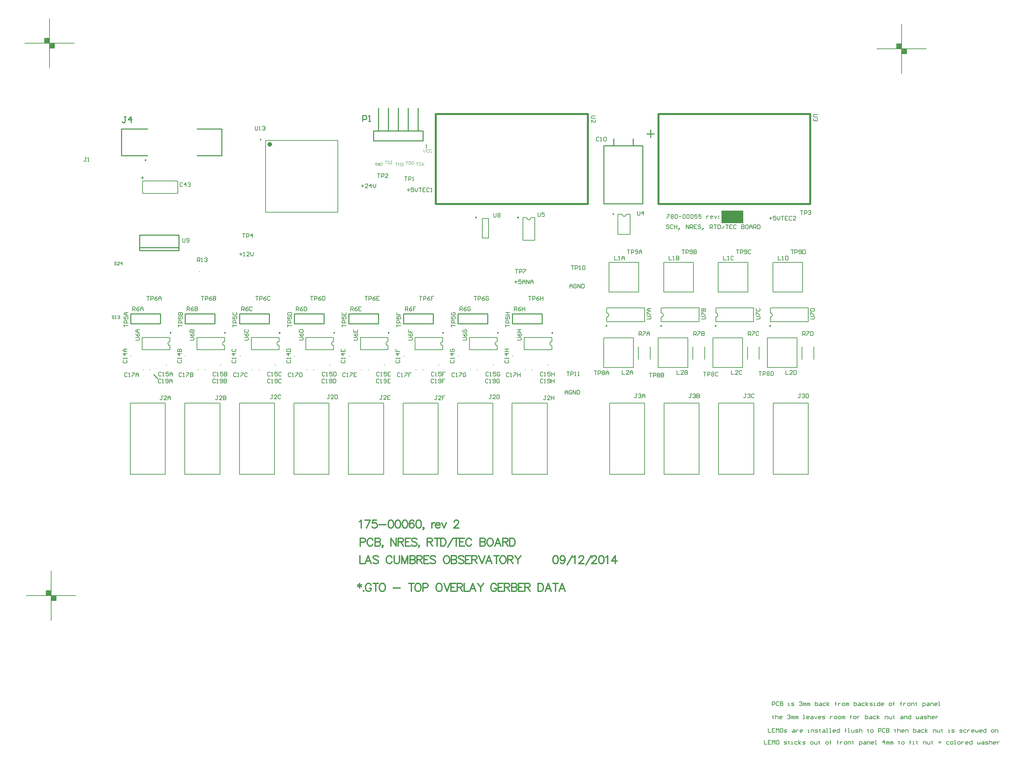
<source format=gto>
%FSLAX23Y23*%
%MOIN*%
G70*
G01*
G75*
G04 Layer_Color=65535*
%ADD10R,0.217X0.120*%
%ADD11R,0.012X0.065*%
%ADD12R,0.065X0.012*%
%ADD13O,0.071X0.012*%
%ADD14O,0.012X0.071*%
%ADD15O,0.098X0.028*%
%ADD16R,0.280X0.100*%
%ADD17R,0.100X0.100*%
%ADD18R,0.264X0.030*%
%ADD19R,0.264X0.383*%
G04:AMPARAMS|DCode=20|XSize=17mil|YSize=50mil|CornerRadius=5mil|HoleSize=0mil|Usage=FLASHONLY|Rotation=180.000|XOffset=0mil|YOffset=0mil|HoleType=Round|Shape=RoundedRectangle|*
%AMROUNDEDRECTD20*
21,1,0.017,0.040,0,0,180.0*
21,1,0.007,0.050,0,0,180.0*
1,1,0.010,-0.003,0.020*
1,1,0.010,0.003,0.020*
1,1,0.010,0.003,-0.020*
1,1,0.010,-0.003,-0.020*
%
%ADD20ROUNDEDRECTD20*%
%ADD21R,0.126X0.071*%
%ADD22R,0.050X0.050*%
%ADD23R,0.050X0.050*%
%ADD24C,0.005*%
%ADD25C,0.010*%
%ADD26C,0.030*%
%ADD27C,0.050*%
%ADD28C,0.025*%
%ADD29C,0.012*%
%ADD30C,0.008*%
%ADD31C,0.012*%
%ADD32C,0.012*%
%ADD33C,0.060*%
%ADD34R,0.060X0.060*%
%ADD35C,0.024*%
%ADD36C,0.070*%
%ADD37R,0.115X0.115*%
%ADD38C,0.115*%
%ADD39C,0.080*%
%ADD40C,0.050*%
%ADD41C,0.094*%
%ADD42C,0.079*%
%ADD43R,0.079X0.079*%
%ADD44C,0.059*%
%ADD45R,0.059X0.059*%
%ADD46C,0.020*%
%ADD47C,0.040*%
%ADD48C,0.100*%
G04:AMPARAMS|DCode=49|XSize=90mil|YSize=90mil|CornerRadius=0mil|HoleSize=0mil|Usage=FLASHONLY|Rotation=0.000|XOffset=0mil|YOffset=0mil|HoleType=Round|Shape=Relief|Width=10mil|Gap=10mil|Entries=4|*
%AMTHD49*
7,0,0,0.090,0.070,0.010,45*
%
%ADD49THD49*%
G04:AMPARAMS|DCode=50|XSize=100mil|YSize=100mil|CornerRadius=0mil|HoleSize=0mil|Usage=FLASHONLY|Rotation=0.000|XOffset=0mil|YOffset=0mil|HoleType=Round|Shape=Relief|Width=10mil|Gap=10mil|Entries=4|*
%AMTHD50*
7,0,0,0.100,0.080,0.010,45*
%
%ADD50THD50*%
G04:AMPARAMS|DCode=51|XSize=138mil|YSize=138mil|CornerRadius=0mil|HoleSize=0mil|Usage=FLASHONLY|Rotation=0.000|XOffset=0mil|YOffset=0mil|HoleType=Round|Shape=Relief|Width=10mil|Gap=10mil|Entries=4|*
%AMTHD51*
7,0,0,0.138,0.118,0.010,45*
%
%ADD51THD51*%
%ADD52C,0.118*%
%ADD53C,0.092*%
%ADD54C,0.072*%
%ADD55C,0.134*%
%ADD56C,0.079*%
%ADD57C,0.075*%
G04:AMPARAMS|DCode=58|XSize=107.244mil|YSize=107.244mil|CornerRadius=0mil|HoleSize=0mil|Usage=FLASHONLY|Rotation=0.000|XOffset=0mil|YOffset=0mil|HoleType=Round|Shape=Relief|Width=10mil|Gap=10mil|Entries=4|*
%AMTHD58*
7,0,0,0.107,0.087,0.010,45*
%
%ADD58THD58*%
%ADD59C,0.087*%
G04:AMPARAMS|DCode=60|XSize=112mil|YSize=112mil|CornerRadius=0mil|HoleSize=0mil|Usage=FLASHONLY|Rotation=0.000|XOffset=0mil|YOffset=0mil|HoleType=Round|Shape=Relief|Width=10mil|Gap=10mil|Entries=4|*
%AMTHD60*
7,0,0,0.112,0.092,0.010,45*
%
%ADD60THD60*%
G04:AMPARAMS|DCode=61|XSize=70mil|YSize=70mil|CornerRadius=0mil|HoleSize=0mil|Usage=FLASHONLY|Rotation=0.000|XOffset=0mil|YOffset=0mil|HoleType=Round|Shape=Relief|Width=10mil|Gap=10mil|Entries=4|*
%AMTHD61*
7,0,0,0.070,0.050,0.010,45*
%
%ADD61THD61*%
%ADD62C,0.068*%
G04:AMPARAMS|DCode=63|XSize=88mil|YSize=88mil|CornerRadius=0mil|HoleSize=0mil|Usage=FLASHONLY|Rotation=0.000|XOffset=0mil|YOffset=0mil|HoleType=Round|Shape=Relief|Width=10mil|Gap=10mil|Entries=4|*
%AMTHD63*
7,0,0,0.088,0.068,0.010,45*
%
%ADD63THD63*%
%ADD64C,0.020*%
%ADD65C,0.054*%
G04:AMPARAMS|DCode=66|XSize=92mil|YSize=92mil|CornerRadius=0mil|HoleSize=0mil|Usage=FLASHONLY|Rotation=0.000|XOffset=0mil|YOffset=0mil|HoleType=Round|Shape=Relief|Width=10mil|Gap=10mil|Entries=4|*
%AMTHD66*
7,0,0,0.092,0.072,0.010,45*
%
%ADD66THD66*%
G04:AMPARAMS|DCode=67|XSize=95.433mil|YSize=95.433mil|CornerRadius=0mil|HoleSize=0mil|Usage=FLASHONLY|Rotation=0.000|XOffset=0mil|YOffset=0mil|HoleType=Round|Shape=Relief|Width=10mil|Gap=10mil|Entries=4|*
%AMTHD67*
7,0,0,0.095,0.075,0.010,45*
%
%ADD67THD67*%
%ADD68R,0.045X0.017*%
%ADD69R,0.024X0.037*%
%ADD70O,0.061X0.010*%
%ADD71R,0.017X0.045*%
%ADD72C,0.006*%
%ADD73C,0.010*%
%ADD74C,0.008*%
%ADD75C,0.024*%
%ADD76C,0.010*%
%ADD77C,0.007*%
%ADD78C,0.004*%
%ADD79R,0.222X0.128*%
D24*
X11240Y9862D02*
X11594D01*
Y9861D02*
Y10583D01*
X11240D02*
X11594D01*
X11240Y9861D02*
Y10583D01*
X16083Y9861D02*
Y10583D01*
X16437D01*
Y9861D02*
Y10583D01*
X16083Y9862D02*
X16437D01*
X17736Y9862D02*
X18091D01*
Y9861D02*
Y10583D01*
X17736D02*
X18091D01*
X17736Y9861D02*
Y10583D01*
X17185Y9861D02*
Y10583D01*
X17539D01*
Y9861D02*
Y10583D01*
X17185Y9862D02*
X17539D01*
X16634D02*
X16988D01*
Y9861D02*
Y10583D01*
X16634D02*
X16988D01*
X16634Y9861D02*
Y10583D01*
X15098Y9861D02*
Y10583D01*
X15453D01*
Y9861D02*
Y10583D01*
X15098Y9862D02*
X15453D01*
X14547D02*
X14902D01*
Y9861D02*
Y10583D01*
X14547D02*
X14902D01*
X14547Y9861D02*
Y10583D01*
X13996Y9861D02*
Y10583D01*
X14350D01*
Y9861D02*
Y10583D01*
X13996Y9862D02*
X14350D01*
X13445D02*
X13799D01*
Y9861D02*
Y10583D01*
X13445D02*
X13799D01*
X13445Y9861D02*
Y10583D01*
X12894Y9861D02*
Y10583D01*
X13248D01*
Y9861D02*
Y10583D01*
X12894Y9862D02*
X13248D01*
X12343D02*
X12697D01*
Y9861D02*
Y10583D01*
X12343D02*
X12697D01*
X12343Y9861D02*
Y10583D01*
X11791Y9861D02*
Y10583D01*
X12146D01*
Y9861D02*
Y10583D01*
X11791Y9862D02*
X12146D01*
X14227Y13166D02*
X14237D01*
X14232D01*
Y13196D01*
X14227Y13191D01*
X11078Y11462D02*
X11073Y11467D01*
X11063D01*
X11058Y11462D01*
Y11457D01*
X11063Y11452D01*
X11073D01*
X11078Y11447D01*
Y11442D01*
X11073Y11437D01*
X11063D01*
X11058Y11442D01*
X11088Y11437D02*
X11098D01*
X11093D01*
Y11467D01*
X11088Y11462D01*
X11113D02*
X11118Y11467D01*
X11128D01*
X11133Y11462D01*
Y11457D01*
X11128Y11452D01*
X11123D01*
X11128D01*
X11133Y11447D01*
Y11442D01*
X11128Y11437D01*
X11118D01*
X11113Y11442D01*
X11101Y12005D02*
X11096Y12010D01*
X11086D01*
X11081Y12005D01*
Y12000D01*
X11086Y11995D01*
X11096D01*
X11101Y11990D01*
Y11985D01*
X11096Y11980D01*
X11086D01*
X11081Y11985D01*
X11131Y11980D02*
X11111D01*
X11131Y12000D01*
Y12005D01*
X11126Y12010D01*
X11116D01*
X11111Y12005D01*
X11156Y11980D02*
Y12010D01*
X11141Y11995D01*
X11161D01*
D25*
X11398Y13041D02*
X11390Y13046D01*
Y13037D01*
X11398Y13041D01*
X11243Y11487D02*
X11543D01*
X11243Y11387D02*
Y11487D01*
X11543Y11387D02*
Y11487D01*
X11243Y11387D02*
X11543D01*
X11335Y12156D02*
X11729D01*
X11335Y12126D02*
Y12156D01*
Y12126D02*
Y12283D01*
X11729D01*
Y12126D02*
Y12283D01*
X12163Y13085D02*
Y13357D01*
X11913Y13085D02*
X12163D01*
X11913Y13357D02*
X12163D01*
X11151Y13085D02*
X11413D01*
X11151Y13357D02*
X11413D01*
X11151Y13085D02*
Y13357D01*
X13747Y13336D02*
Y13566D01*
X13847Y13336D02*
Y13566D01*
X13947Y13336D02*
Y13566D01*
X14047Y13336D02*
Y13566D01*
X14147Y13336D02*
Y13566D01*
X13697Y13236D02*
X14197D01*
X13697D02*
Y13336D01*
X14197D01*
Y13236D02*
Y13336D01*
X15101Y11387D02*
X15401D01*
Y11487D01*
X15101Y11387D02*
Y11487D01*
X15401D01*
X14550D02*
X14850D01*
X14550Y11387D02*
Y11487D01*
X14850Y11387D02*
Y11487D01*
X14550Y11387D02*
X14850D01*
X13999D02*
X14299D01*
Y11487D01*
X13999Y11387D02*
Y11487D01*
X14299D01*
X13447D02*
X13747D01*
X13447Y11387D02*
Y11487D01*
X13747Y11387D02*
Y11487D01*
X13447Y11387D02*
X13747D01*
X12896D02*
X13196D01*
Y11487D01*
X12896Y11387D02*
Y11487D01*
X13196D01*
X12345D02*
X12645D01*
X12345Y11387D02*
Y11487D01*
X12645Y11387D02*
Y11487D01*
X12345Y11387D02*
X12645D01*
X11794D02*
X12094D01*
Y11487D01*
X11794Y11387D02*
Y11487D01*
X12094D01*
X16496Y13307D02*
Y13346D01*
Y13307D02*
X16535D01*
X16496Y13268D02*
Y13307D01*
X16457D02*
X16496D01*
X11477Y10873D02*
X11512Y10832D01*
X16024Y12598D02*
Y13185D01*
Y12598D02*
X16417D01*
Y13185D01*
X16024D02*
X16417D01*
X16319Y13190D02*
Y13257D01*
X16122Y13187D02*
Y13257D01*
X11335Y12126D02*
X11729D01*
X11196Y13479D02*
X11176D01*
X11186D01*
Y13429D01*
X11176Y13419D01*
X11166D01*
X11156Y13429D01*
X11246Y13419D02*
Y13479D01*
X11216Y13449D01*
X11256D01*
X13587Y13431D02*
Y13491D01*
X13617D01*
X13627Y13481D01*
Y13461D01*
X13617Y13451D01*
X13587D01*
X13647Y13431D02*
X13667D01*
X13657D01*
Y13491D01*
X13647Y13481D01*
D29*
X13557Y8758D02*
Y8712D01*
X13538Y8747D02*
X13576Y8724D01*
Y8747D02*
X13538Y8724D01*
X13596Y8686D02*
X13592Y8682D01*
X13596Y8678D01*
X13600Y8682D01*
X13596Y8686D01*
X13675Y8739D02*
X13671Y8747D01*
X13663Y8754D01*
X13656Y8758D01*
X13640D01*
X13633Y8754D01*
X13625Y8747D01*
X13621Y8739D01*
X13618Y8728D01*
Y8708D01*
X13621Y8697D01*
X13625Y8689D01*
X13633Y8682D01*
X13640Y8678D01*
X13656D01*
X13663Y8682D01*
X13671Y8689D01*
X13675Y8697D01*
Y8708D01*
X13656D02*
X13675D01*
X13720Y8758D02*
Y8678D01*
X13693Y8758D02*
X13746D01*
X13779D02*
X13771Y8754D01*
X13763Y8747D01*
X13760Y8739D01*
X13756Y8728D01*
Y8708D01*
X13760Y8697D01*
X13763Y8689D01*
X13771Y8682D01*
X13779Y8678D01*
X13794D01*
X13802Y8682D01*
X13809Y8689D01*
X13813Y8697D01*
X13817Y8708D01*
Y8728D01*
X13813Y8739D01*
X13809Y8747D01*
X13802Y8754D01*
X13794Y8758D01*
X13779D01*
X13898Y8712D02*
X13967D01*
X14080Y8758D02*
Y8678D01*
X14053Y8758D02*
X14107D01*
X14139D02*
X14131Y8754D01*
X14124Y8747D01*
X14120Y8739D01*
X14116Y8728D01*
Y8708D01*
X14120Y8697D01*
X14124Y8689D01*
X14131Y8682D01*
X14139Y8678D01*
X14154D01*
X14162Y8682D01*
X14169Y8689D01*
X14173Y8697D01*
X14177Y8708D01*
Y8728D01*
X14173Y8739D01*
X14169Y8747D01*
X14162Y8754D01*
X14154Y8758D01*
X14139D01*
X14196Y8716D02*
X14230D01*
X14241Y8720D01*
X14245Y8724D01*
X14249Y8731D01*
Y8743D01*
X14245Y8750D01*
X14241Y8754D01*
X14230Y8758D01*
X14196D01*
Y8678D01*
X14353Y8758D02*
X14345Y8754D01*
X14337Y8747D01*
X14334Y8739D01*
X14330Y8728D01*
Y8708D01*
X14334Y8697D01*
X14337Y8689D01*
X14345Y8682D01*
X14353Y8678D01*
X14368D01*
X14376Y8682D01*
X14383Y8689D01*
X14387Y8697D01*
X14391Y8708D01*
Y8728D01*
X14387Y8739D01*
X14383Y8747D01*
X14376Y8754D01*
X14368Y8758D01*
X14353D01*
X14409D02*
X14440Y8678D01*
X14470Y8758D02*
X14440Y8678D01*
X14530Y8758D02*
X14481D01*
Y8678D01*
X14530D01*
X14481Y8720D02*
X14511D01*
X14543Y8758D02*
Y8678D01*
Y8758D02*
X14578D01*
X14589Y8754D01*
X14593Y8750D01*
X14597Y8743D01*
Y8735D01*
X14593Y8728D01*
X14589Y8724D01*
X14578Y8720D01*
X14543D01*
X14570D02*
X14597Y8678D01*
X14615Y8758D02*
Y8678D01*
X14660D01*
X14730D02*
X14700Y8758D01*
X14669Y8678D01*
X14681Y8705D02*
X14719D01*
X14749Y8758D02*
X14779Y8720D01*
Y8678D01*
X14810Y8758D02*
X14779Y8720D01*
X14940Y8739D02*
X14936Y8747D01*
X14929Y8754D01*
X14921Y8758D01*
X14906D01*
X14898Y8754D01*
X14890Y8747D01*
X14887Y8739D01*
X14883Y8728D01*
Y8708D01*
X14887Y8697D01*
X14890Y8689D01*
X14898Y8682D01*
X14906Y8678D01*
X14921D01*
X14929Y8682D01*
X14936Y8689D01*
X14940Y8697D01*
Y8708D01*
X14921D02*
X14940D01*
X15008Y8758D02*
X14958D01*
Y8678D01*
X15008D01*
X14958Y8720D02*
X14989D01*
X15021Y8758D02*
Y8678D01*
Y8758D02*
X15055D01*
X15067Y8754D01*
X15071Y8750D01*
X15074Y8743D01*
Y8735D01*
X15071Y8728D01*
X15067Y8724D01*
X15055Y8720D01*
X15021D01*
X15048D02*
X15074Y8678D01*
X15092Y8758D02*
Y8678D01*
Y8758D02*
X15127D01*
X15138Y8754D01*
X15142Y8750D01*
X15146Y8743D01*
Y8735D01*
X15142Y8728D01*
X15138Y8724D01*
X15127Y8720D01*
X15092D02*
X15127D01*
X15138Y8716D01*
X15142Y8712D01*
X15146Y8705D01*
Y8693D01*
X15142Y8686D01*
X15138Y8682D01*
X15127Y8678D01*
X15092D01*
X15213Y8758D02*
X15164D01*
Y8678D01*
X15213D01*
X15164Y8720D02*
X15194D01*
X15226Y8758D02*
Y8678D01*
Y8758D02*
X15261D01*
X15272Y8754D01*
X15276Y8750D01*
X15280Y8743D01*
Y8735D01*
X15276Y8728D01*
X15272Y8724D01*
X15261Y8720D01*
X15226D01*
X15253D02*
X15280Y8678D01*
X15360Y8758D02*
Y8678D01*
Y8758D02*
X15387D01*
X15399Y8754D01*
X15406Y8747D01*
X15410Y8739D01*
X15414Y8728D01*
Y8708D01*
X15410Y8697D01*
X15406Y8689D01*
X15399Y8682D01*
X15387Y8678D01*
X15360D01*
X15493D02*
X15462Y8758D01*
X15432Y8678D01*
X15443Y8705D02*
X15481D01*
X15538Y8758D02*
Y8678D01*
X15511Y8758D02*
X15565D01*
X15635Y8678D02*
X15605Y8758D01*
X15574Y8678D01*
X15586Y8705D02*
X15624D01*
D30*
X11721Y12816D02*
X11717Y12826D01*
X11707Y12830D01*
Y12702D02*
X11717Y12706D01*
X11721Y12716D01*
X11363D02*
X11367Y12706D01*
X11377Y12702D01*
Y12830D02*
X11367Y12826D01*
X11363Y12816D01*
X11721Y12716D02*
Y12816D01*
X11363Y12716D02*
Y12816D01*
X11377Y12830D02*
X11707D01*
X11377Y12702D02*
X11707D01*
X11263Y11517D02*
Y11557D01*
X11283D01*
X11289Y11551D01*
Y11537D01*
X11283Y11531D01*
X11263D01*
X11276D02*
X11289Y11517D01*
X11329Y11557D02*
X11316Y11551D01*
X11303Y11537D01*
Y11524D01*
X11309Y11517D01*
X11323D01*
X11329Y11524D01*
Y11531D01*
X11323Y11537D01*
X11303D01*
X11343Y11517D02*
Y11544D01*
X11356Y11557D01*
X11369Y11544D01*
Y11517D01*
Y11537D01*
X11343D01*
X16461Y11432D02*
X16494D01*
X16501Y11439D01*
Y11452D01*
X16494Y11459D01*
X16461D01*
Y11472D02*
Y11499D01*
X16468D01*
X16494Y11472D01*
X16501D01*
Y11512D02*
X16474D01*
X16461Y11526D01*
X16474Y11539D01*
X16501D01*
X16481D01*
Y11512D01*
X11293Y11219D02*
X11326D01*
X11333Y11226D01*
Y11239D01*
X11326Y11246D01*
X11293D01*
Y11286D02*
X11299Y11273D01*
X11313Y11259D01*
X11326D01*
X11333Y11266D01*
Y11279D01*
X11326Y11286D01*
X11319D01*
X11313Y11279D01*
Y11259D01*
X11333Y11299D02*
X11306D01*
X11293Y11313D01*
X11306Y11326D01*
X11333D01*
X11313D01*
Y11299D01*
X15359Y12509D02*
Y12476D01*
X15365Y12469D01*
X15379D01*
X15385Y12476D01*
Y12509D01*
X15425D02*
X15399D01*
Y12489D01*
X15412Y12496D01*
X15419D01*
X15425Y12489D01*
Y12476D01*
X15419Y12469D01*
X15405D01*
X15399Y12476D01*
X16365Y12523D02*
Y12490D01*
X16371Y12483D01*
X16385D01*
X16391Y12490D01*
Y12523D01*
X16425Y12483D02*
Y12523D01*
X16405Y12503D01*
X16431D01*
X12502Y13383D02*
Y13350D01*
X12508Y13343D01*
X12522D01*
X12528Y13350D01*
Y13383D01*
X12542Y13343D02*
X12555D01*
X12548D01*
Y13383D01*
X12542Y13377D01*
X12575D02*
X12582Y13383D01*
X12595D01*
X12602Y13377D01*
Y13370D01*
X12595Y13363D01*
X12588D01*
X12595D01*
X12602Y13357D01*
Y13350D01*
X12595Y13343D01*
X12582D01*
X12575Y13350D01*
X11769Y12249D02*
Y12216D01*
X11775Y12209D01*
X11789D01*
X11795Y12216D01*
Y12249D01*
X11809Y12216D02*
X11815Y12209D01*
X11829D01*
X11835Y12216D01*
Y12243D01*
X11829Y12249D01*
X11815D01*
X11809Y12243D01*
Y12236D01*
X11815Y12229D01*
X11835D01*
X15939Y13487D02*
X15905D01*
X15899Y13481D01*
Y13467D01*
X15905Y13461D01*
X15939D01*
X15899Y13421D02*
Y13447D01*
X15925Y13421D01*
X15932D01*
X15939Y13427D01*
Y13441D01*
X15932Y13447D01*
X14912Y12502D02*
Y12469D01*
X14918Y12462D01*
X14932D01*
X14938Y12469D01*
Y12502D01*
X14952Y12496D02*
X14958Y12502D01*
X14972D01*
X14978Y12496D01*
Y12489D01*
X14972Y12482D01*
X14978Y12476D01*
Y12469D01*
X14972Y12462D01*
X14958D01*
X14952Y12469D01*
Y12476D01*
X14958Y12482D01*
X14952Y12489D01*
Y12496D01*
X14958Y12482D02*
X14972D01*
X16133Y12069D02*
Y12029D01*
X16160D01*
X16173D02*
X16186D01*
X16179D01*
Y12069D01*
X16173Y12063D01*
X16206Y12029D02*
Y12056D01*
X16219Y12069D01*
X16233Y12056D01*
Y12029D01*
Y12049D01*
X16206D01*
X11567Y10656D02*
X11554D01*
X11561D01*
Y10622D01*
X11554Y10616D01*
X11547D01*
X11541Y10622D01*
X11607Y10616D02*
X11581D01*
X11607Y10642D01*
Y10649D01*
X11601Y10656D01*
X11587D01*
X11581Y10649D01*
X11621Y10616D02*
Y10642D01*
X11634Y10656D01*
X11647Y10642D01*
Y10616D01*
Y10636D01*
X11621D01*
X16361Y10676D02*
X16347D01*
X16354D01*
Y10643D01*
X16347Y10636D01*
X16341D01*
X16334Y10643D01*
X16374Y10670D02*
X16380Y10676D01*
X16394D01*
X16400Y10670D01*
Y10663D01*
X16394Y10656D01*
X16387D01*
X16394D01*
X16400Y10650D01*
Y10643D01*
X16394Y10636D01*
X16380D01*
X16374Y10643D01*
X16414Y10636D02*
Y10663D01*
X16427Y10676D01*
X16440Y10663D01*
Y10636D01*
Y10656D01*
X16414D01*
X16381Y11265D02*
Y11305D01*
X16401D01*
X16407Y11299D01*
Y11285D01*
X16401Y11279D01*
X16381D01*
X16394D02*
X16407Y11265D01*
X16421Y11305D02*
X16447D01*
Y11299D01*
X16421Y11272D01*
Y11265D01*
X16461D02*
Y11292D01*
X16474Y11305D01*
X16487Y11292D01*
Y11265D01*
Y11285D01*
X16461D01*
X17592Y10901D02*
X17618D01*
X17605D01*
Y10861D01*
X17632D02*
Y10901D01*
X17652D01*
X17658Y10895D01*
Y10881D01*
X17652Y10875D01*
X17632D01*
X17672Y10895D02*
X17678Y10901D01*
X17692D01*
X17698Y10895D01*
Y10888D01*
X17692Y10881D01*
X17698Y10875D01*
Y10868D01*
X17692Y10861D01*
X17678D01*
X17672Y10868D01*
Y10875D01*
X17678Y10881D01*
X17672Y10888D01*
Y10895D01*
X17678Y10881D02*
X17692D01*
X17712Y10901D02*
Y10861D01*
X17732D01*
X17738Y10868D01*
Y10895D01*
X17732Y10901D01*
X17712D01*
X17032Y10896D02*
X17058D01*
X17045D01*
Y10856D01*
X17072D02*
Y10896D01*
X17092D01*
X17098Y10890D01*
Y10876D01*
X17092Y10870D01*
X17072D01*
X17112Y10890D02*
X17118Y10896D01*
X17132D01*
X17138Y10890D01*
Y10883D01*
X17132Y10876D01*
X17138Y10870D01*
Y10863D01*
X17132Y10856D01*
X17118D01*
X17112Y10863D01*
Y10870D01*
X17118Y10876D01*
X17112Y10883D01*
Y10890D01*
X17118Y10876D02*
X17132D01*
X17178Y10890D02*
X17172Y10896D01*
X17158D01*
X17152Y10890D01*
Y10863D01*
X17158Y10856D01*
X17172D01*
X17178Y10863D01*
X16483Y10885D02*
X16509D01*
X16496D01*
Y10845D01*
X16523D02*
Y10885D01*
X16543D01*
X16549Y10879D01*
Y10865D01*
X16543Y10859D01*
X16523D01*
X16563Y10879D02*
X16569Y10885D01*
X16583D01*
X16589Y10879D01*
Y10872D01*
X16583Y10865D01*
X16589Y10859D01*
Y10852D01*
X16583Y10845D01*
X16569D01*
X16563Y10852D01*
Y10859D01*
X16569Y10865D01*
X16563Y10872D01*
Y10879D01*
X16569Y10865D02*
X16583D01*
X16603Y10885D02*
Y10845D01*
X16623D01*
X16629Y10852D01*
Y10859D01*
X16623Y10865D01*
X16603D01*
X16623D01*
X16629Y10872D01*
Y10879D01*
X16623Y10885D01*
X16603D01*
X15927Y10909D02*
X15953D01*
X15940D01*
Y10869D01*
X15967D02*
Y10909D01*
X15987D01*
X15993Y10903D01*
Y10889D01*
X15987Y10883D01*
X15967D01*
X16007Y10903D02*
X16013Y10909D01*
X16027D01*
X16033Y10903D01*
Y10896D01*
X16027Y10889D01*
X16033Y10883D01*
Y10876D01*
X16027Y10869D01*
X16013D01*
X16007Y10876D01*
Y10883D01*
X16013Y10889D01*
X16007Y10896D01*
Y10903D01*
X16013Y10889D02*
X16027D01*
X16047Y10869D02*
Y10896D01*
X16060Y10909D01*
X16073Y10896D01*
Y10869D01*
Y10889D01*
X16047D01*
X15264Y11663D02*
X15291D01*
X15277D01*
Y11623D01*
X15304D02*
Y11663D01*
X15324D01*
X15331Y11657D01*
Y11643D01*
X15324Y11637D01*
X15304D01*
X15371Y11663D02*
X15357Y11657D01*
X15344Y11643D01*
Y11630D01*
X15351Y11623D01*
X15364D01*
X15371Y11630D01*
Y11637D01*
X15364Y11643D01*
X15344D01*
X15384Y11663D02*
Y11623D01*
Y11643D01*
X15411D01*
Y11663D01*
Y11623D01*
X14713Y11663D02*
X14739D01*
X14726D01*
Y11623D01*
X14753D02*
Y11663D01*
X14773D01*
X14779Y11657D01*
Y11643D01*
X14773Y11637D01*
X14753D01*
X14819Y11663D02*
X14806Y11657D01*
X14793Y11643D01*
Y11630D01*
X14799Y11623D01*
X14813D01*
X14819Y11630D01*
Y11637D01*
X14813Y11643D01*
X14793D01*
X14859Y11657D02*
X14853Y11663D01*
X14839D01*
X14833Y11657D01*
Y11630D01*
X14839Y11623D01*
X14853D01*
X14859Y11630D01*
Y11643D01*
X14846D01*
X14162Y11663D02*
X14188D01*
X14175D01*
Y11623D01*
X14202D02*
Y11663D01*
X14222D01*
X14228Y11657D01*
Y11643D01*
X14222Y11637D01*
X14202D01*
X14268Y11663D02*
X14255Y11657D01*
X14242Y11643D01*
Y11630D01*
X14248Y11623D01*
X14262D01*
X14268Y11630D01*
Y11637D01*
X14262Y11643D01*
X14242D01*
X14308Y11663D02*
X14282D01*
Y11643D01*
X14295D01*
X14282D01*
Y11623D01*
X13610Y11663D02*
X13637D01*
X13624D01*
Y11623D01*
X13650D02*
Y11663D01*
X13670D01*
X13677Y11657D01*
Y11643D01*
X13670Y11637D01*
X13650D01*
X13717Y11663D02*
X13704Y11657D01*
X13690Y11643D01*
Y11630D01*
X13697Y11623D01*
X13710D01*
X13717Y11630D01*
Y11637D01*
X13710Y11643D01*
X13690D01*
X13757Y11663D02*
X13730D01*
Y11623D01*
X13757D01*
X13730Y11643D02*
X13744D01*
X13059Y11663D02*
X13086D01*
X13073D01*
Y11623D01*
X13099D02*
Y11663D01*
X13119D01*
X13126Y11657D01*
Y11643D01*
X13119Y11637D01*
X13099D01*
X13166Y11663D02*
X13153Y11657D01*
X13139Y11643D01*
Y11630D01*
X13146Y11623D01*
X13159D01*
X13166Y11630D01*
Y11637D01*
X13159Y11643D01*
X13139D01*
X13179Y11663D02*
Y11623D01*
X13199D01*
X13206Y11630D01*
Y11657D01*
X13199Y11663D01*
X13179D01*
X12508D02*
X12535D01*
X12521D01*
Y11623D01*
X12548D02*
Y11663D01*
X12568D01*
X12575Y11657D01*
Y11643D01*
X12568Y11637D01*
X12548D01*
X12615Y11663D02*
X12601Y11657D01*
X12588Y11643D01*
Y11630D01*
X12595Y11623D01*
X12608D01*
X12615Y11630D01*
Y11637D01*
X12608Y11643D01*
X12588D01*
X12655Y11657D02*
X12648Y11663D01*
X12635D01*
X12628Y11657D01*
Y11630D01*
X12635Y11623D01*
X12648D01*
X12655Y11630D01*
X11957Y11663D02*
X11984D01*
X11970D01*
Y11623D01*
X11997D02*
Y11663D01*
X12017D01*
X12024Y11657D01*
Y11643D01*
X12017Y11637D01*
X11997D01*
X12064Y11663D02*
X12050Y11657D01*
X12037Y11643D01*
Y11630D01*
X12044Y11623D01*
X12057D01*
X12064Y11630D01*
Y11637D01*
X12057Y11643D01*
X12037D01*
X12077Y11663D02*
Y11623D01*
X12097D01*
X12104Y11630D01*
Y11637D01*
X12097Y11643D01*
X12077D01*
X12097D01*
X12104Y11650D01*
Y11657D01*
X12097Y11663D01*
X12077D01*
X11406D02*
X11432D01*
X11419D01*
Y11623D01*
X11446D02*
Y11663D01*
X11466D01*
X11472Y11657D01*
Y11643D01*
X11466Y11637D01*
X11446D01*
X11512Y11663D02*
X11499Y11657D01*
X11486Y11643D01*
Y11630D01*
X11492Y11623D01*
X11506D01*
X11512Y11630D01*
Y11637D01*
X11506Y11643D01*
X11486D01*
X11526Y11623D02*
Y11650D01*
X11539Y11663D01*
X11552Y11650D01*
Y11623D01*
Y11643D01*
X11526D01*
X15034Y11352D02*
Y11379D01*
Y11366D01*
X15074D01*
Y11392D02*
X15034D01*
Y11412D01*
X15041Y11419D01*
X15054D01*
X15061Y11412D01*
Y11392D01*
X15034Y11459D02*
Y11432D01*
X15054D01*
X15047Y11446D01*
Y11452D01*
X15054Y11459D01*
X15067D01*
X15074Y11452D01*
Y11439D01*
X15067Y11432D01*
X15034Y11472D02*
X15074D01*
X15054D01*
Y11499D01*
X15034D01*
X15074D01*
X14483Y11352D02*
Y11379D01*
Y11366D01*
X14523D01*
Y11392D02*
X14483D01*
Y11412D01*
X14489Y11419D01*
X14503D01*
X14509Y11412D01*
Y11392D01*
X14483Y11459D02*
Y11432D01*
X14503D01*
X14496Y11446D01*
Y11452D01*
X14503Y11459D01*
X14516D01*
X14523Y11452D01*
Y11439D01*
X14516Y11432D01*
X14489Y11499D02*
X14483Y11492D01*
Y11479D01*
X14489Y11472D01*
X14516D01*
X14523Y11479D01*
Y11492D01*
X14516Y11499D01*
X14503D01*
Y11486D01*
X13932Y11352D02*
Y11379D01*
Y11366D01*
X13972D01*
Y11392D02*
X13932D01*
Y11412D01*
X13938Y11419D01*
X13952D01*
X13958Y11412D01*
Y11392D01*
X13932Y11459D02*
Y11432D01*
X13952D01*
X13945Y11446D01*
Y11452D01*
X13952Y11459D01*
X13965D01*
X13972Y11452D01*
Y11439D01*
X13965Y11432D01*
X13932Y11499D02*
Y11472D01*
X13952D01*
Y11486D01*
Y11472D01*
X13972D01*
X13380Y11352D02*
Y11379D01*
Y11366D01*
X13420D01*
Y11392D02*
X13380D01*
Y11412D01*
X13387Y11419D01*
X13400D01*
X13407Y11412D01*
Y11392D01*
X13380Y11459D02*
Y11432D01*
X13400D01*
X13394Y11446D01*
Y11452D01*
X13400Y11459D01*
X13414D01*
X13420Y11452D01*
Y11439D01*
X13414Y11432D01*
X13380Y11499D02*
Y11472D01*
X13420D01*
Y11499D01*
X13400Y11472D02*
Y11486D01*
X12829Y11352D02*
Y11379D01*
Y11366D01*
X12869D01*
Y11392D02*
X12829D01*
Y11412D01*
X12836Y11419D01*
X12849D01*
X12856Y11412D01*
Y11392D01*
X12829Y11459D02*
Y11432D01*
X12849D01*
X12843Y11446D01*
Y11452D01*
X12849Y11459D01*
X12863D01*
X12869Y11452D01*
Y11439D01*
X12863Y11432D01*
X12829Y11472D02*
X12869D01*
Y11492D01*
X12863Y11499D01*
X12836D01*
X12829Y11492D01*
Y11472D01*
X12278Y11352D02*
Y11379D01*
Y11366D01*
X12318D01*
Y11392D02*
X12278D01*
Y11412D01*
X12285Y11419D01*
X12298D01*
X12305Y11412D01*
Y11392D01*
X12278Y11459D02*
Y11432D01*
X12298D01*
X12291Y11446D01*
Y11452D01*
X12298Y11459D01*
X12311D01*
X12318Y11452D01*
Y11439D01*
X12311Y11432D01*
X12285Y11499D02*
X12278Y11492D01*
Y11479D01*
X12285Y11472D01*
X12311D01*
X12318Y11479D01*
Y11492D01*
X12311Y11499D01*
X11727Y11352D02*
Y11379D01*
Y11366D01*
X11767D01*
Y11392D02*
X11727D01*
Y11412D01*
X11734Y11419D01*
X11747D01*
X11754Y11412D01*
Y11392D01*
X11727Y11459D02*
Y11432D01*
X11747D01*
X11740Y11446D01*
Y11452D01*
X11747Y11459D01*
X11760D01*
X11767Y11452D01*
Y11439D01*
X11760Y11432D01*
X11727Y11472D02*
X11767D01*
Y11492D01*
X11760Y11499D01*
X11754D01*
X11747Y11492D01*
Y11472D01*
Y11492D01*
X11740Y11499D01*
X11734D01*
X11727Y11492D01*
Y11472D01*
X11176Y11352D02*
Y11379D01*
Y11366D01*
X11216D01*
Y11392D02*
X11176D01*
Y11412D01*
X11182Y11419D01*
X11196D01*
X11202Y11412D01*
Y11392D01*
X11176Y11459D02*
Y11432D01*
X11196D01*
X11189Y11446D01*
Y11452D01*
X11196Y11459D01*
X11209D01*
X11216Y11452D01*
Y11439D01*
X11209Y11432D01*
X11216Y11472D02*
X11189D01*
X11176Y11486D01*
X11189Y11499D01*
X11216D01*
X11196D01*
Y11472D01*
X18114Y11432D02*
X18148D01*
X18154Y11439D01*
Y11452D01*
X18148Y11459D01*
X18114D01*
Y11472D02*
Y11499D01*
X18121D01*
X18148Y11472D01*
X18154D01*
X18114Y11512D02*
X18154D01*
Y11532D01*
X18148Y11539D01*
X18121D01*
X18114Y11532D01*
Y11512D01*
X17563Y11432D02*
X17597D01*
X17603Y11439D01*
Y11452D01*
X17597Y11459D01*
X17563D01*
Y11472D02*
Y11499D01*
X17570D01*
X17597Y11472D01*
X17603D01*
X17570Y11539D02*
X17563Y11532D01*
Y11519D01*
X17570Y11512D01*
X17597D01*
X17603Y11519D01*
Y11532D01*
X17597Y11539D01*
X17012Y11432D02*
X17045D01*
X17052Y11439D01*
Y11452D01*
X17045Y11459D01*
X17012D01*
Y11472D02*
Y11499D01*
X17019D01*
X17045Y11472D01*
X17052D01*
X17012Y11512D02*
X17052D01*
Y11532D01*
X17045Y11539D01*
X17039D01*
X17032Y11532D01*
Y11512D01*
Y11532D01*
X17025Y11539D01*
X17019D01*
X17012Y11532D01*
Y11512D01*
X15151Y11219D02*
X15184D01*
X15191Y11226D01*
Y11239D01*
X15184Y11246D01*
X15151D01*
Y11286D02*
X15158Y11273D01*
X15171Y11259D01*
X15184D01*
X15191Y11266D01*
Y11279D01*
X15184Y11286D01*
X15178D01*
X15171Y11279D01*
Y11259D01*
X15151Y11299D02*
X15191D01*
X15171D01*
Y11326D01*
X15151D01*
X15191D01*
X14600Y11219D02*
X14633D01*
X14640Y11226D01*
Y11239D01*
X14633Y11246D01*
X14600D01*
Y11286D02*
X14606Y11273D01*
X14620Y11259D01*
X14633D01*
X14640Y11266D01*
Y11279D01*
X14633Y11286D01*
X14626D01*
X14620Y11279D01*
Y11259D01*
X14606Y11326D02*
X14600Y11319D01*
Y11306D01*
X14606Y11299D01*
X14633D01*
X14640Y11306D01*
Y11319D01*
X14633Y11326D01*
X14620D01*
Y11313D01*
X14049Y11219D02*
X14082D01*
X14089Y11226D01*
Y11239D01*
X14082Y11246D01*
X14049D01*
Y11286D02*
X14055Y11273D01*
X14069Y11259D01*
X14082D01*
X14089Y11266D01*
Y11279D01*
X14082Y11286D01*
X14075D01*
X14069Y11279D01*
Y11259D01*
X14049Y11326D02*
Y11299D01*
X14069D01*
Y11313D01*
Y11299D01*
X14089D01*
X13497Y11219D02*
X13531D01*
X13537Y11226D01*
Y11239D01*
X13531Y11246D01*
X13497D01*
Y11286D02*
X13504Y11273D01*
X13517Y11259D01*
X13531D01*
X13537Y11266D01*
Y11279D01*
X13531Y11286D01*
X13524D01*
X13517Y11279D01*
Y11259D01*
X13497Y11326D02*
Y11299D01*
X13537D01*
Y11326D01*
X13517Y11299D02*
Y11313D01*
X12946Y11219D02*
X12980D01*
X12986Y11226D01*
Y11239D01*
X12980Y11246D01*
X12946D01*
Y11286D02*
X12953Y11273D01*
X12966Y11259D01*
X12980D01*
X12986Y11266D01*
Y11279D01*
X12980Y11286D01*
X12973D01*
X12966Y11279D01*
Y11259D01*
X12946Y11299D02*
X12986D01*
Y11319D01*
X12980Y11326D01*
X12953D01*
X12946Y11319D01*
Y11299D01*
X12395Y11219D02*
X12428D01*
X12435Y11226D01*
Y11239D01*
X12428Y11246D01*
X12395D01*
Y11286D02*
X12402Y11273D01*
X12415Y11259D01*
X12428D01*
X12435Y11266D01*
Y11279D01*
X12428Y11286D01*
X12422D01*
X12415Y11279D01*
Y11259D01*
X12402Y11326D02*
X12395Y11319D01*
Y11306D01*
X12402Y11299D01*
X12428D01*
X12435Y11306D01*
Y11319D01*
X12428Y11326D01*
X11844Y11219D02*
X11877D01*
X11884Y11226D01*
Y11239D01*
X11877Y11246D01*
X11844D01*
Y11286D02*
X11851Y11273D01*
X11864Y11259D01*
X11877D01*
X11884Y11266D01*
Y11279D01*
X11877Y11286D01*
X11871D01*
X11864Y11279D01*
Y11259D01*
X11844Y11299D02*
X11884D01*
Y11319D01*
X11877Y11326D01*
X11871D01*
X11864Y11319D01*
Y11299D01*
Y11319D01*
X11857Y11326D01*
X11851D01*
X11844Y11319D01*
Y11299D01*
X18183Y13502D02*
X18149D01*
X18143Y13496D01*
Y13482D01*
X18149Y13476D01*
X18183D01*
X18176Y13462D02*
X18183Y13456D01*
Y13442D01*
X18176Y13436D01*
X18169D01*
X18163Y13442D01*
Y13449D01*
Y13442D01*
X18156Y13436D01*
X18149D01*
X18143Y13442D01*
Y13456D01*
X18149Y13462D01*
X17915Y12132D02*
X17942D01*
X17929D01*
Y12092D01*
X17955D02*
Y12132D01*
X17975D01*
X17982Y12126D01*
Y12112D01*
X17975Y12106D01*
X17955D01*
X17995Y12099D02*
X18002Y12092D01*
X18015D01*
X18022Y12099D01*
Y12126D01*
X18015Y12132D01*
X18002D01*
X17995Y12126D01*
Y12119D01*
X18002Y12112D01*
X18022D01*
X18035Y12132D02*
Y12092D01*
X18055D01*
X18062Y12099D01*
Y12126D01*
X18055Y12132D01*
X18035D01*
X17364D02*
X17391D01*
X17378D01*
Y12092D01*
X17404D02*
Y12132D01*
X17424D01*
X17431Y12126D01*
Y12112D01*
X17424Y12106D01*
X17404D01*
X17444Y12099D02*
X17451Y12092D01*
X17464D01*
X17471Y12099D01*
Y12126D01*
X17464Y12132D01*
X17451D01*
X17444Y12126D01*
Y12119D01*
X17451Y12112D01*
X17471D01*
X17511Y12126D02*
X17504Y12132D01*
X17491D01*
X17484Y12126D01*
Y12099D01*
X17491Y12092D01*
X17504D01*
X17511Y12099D01*
X16813Y12132D02*
X16840D01*
X16826D01*
Y12092D01*
X16853D02*
Y12132D01*
X16873D01*
X16880Y12126D01*
Y12112D01*
X16873Y12106D01*
X16853D01*
X16893Y12099D02*
X16900Y12092D01*
X16913D01*
X16920Y12099D01*
Y12126D01*
X16913Y12132D01*
X16900D01*
X16893Y12126D01*
Y12119D01*
X16900Y12112D01*
X16920D01*
X16933Y12132D02*
Y12092D01*
X16953D01*
X16960Y12099D01*
Y12106D01*
X16953Y12112D01*
X16933D01*
X16953D01*
X16960Y12119D01*
Y12126D01*
X16953Y12132D01*
X16933D01*
X16262D02*
X16288D01*
X16275D01*
Y12092D01*
X16302D02*
Y12132D01*
X16322D01*
X16328Y12126D01*
Y12112D01*
X16322Y12106D01*
X16302D01*
X16342Y12099D02*
X16348Y12092D01*
X16362D01*
X16368Y12099D01*
Y12126D01*
X16362Y12132D01*
X16348D01*
X16342Y12126D01*
Y12119D01*
X16348Y12112D01*
X16368D01*
X16382Y12092D02*
Y12119D01*
X16395Y12132D01*
X16408Y12119D01*
Y12092D01*
Y12112D01*
X16382D01*
X18011Y12530D02*
X18038D01*
X18025D01*
Y12490D01*
X18051D02*
Y12530D01*
X18071D01*
X18078Y12523D01*
Y12510D01*
X18071Y12503D01*
X18051D01*
X18091Y12523D02*
X18098Y12530D01*
X18111D01*
X18118Y12523D01*
Y12516D01*
X18111Y12510D01*
X18105D01*
X18111D01*
X18118Y12503D01*
Y12496D01*
X18111Y12490D01*
X18098D01*
X18091Y12496D01*
X14012Y12871D02*
X14038D01*
X14025D01*
Y12831D01*
X14052D02*
Y12871D01*
X14072D01*
X14078Y12865D01*
Y12851D01*
X14072Y12845D01*
X14052D01*
X14092Y12831D02*
X14105D01*
X14098D01*
Y12871D01*
X14092Y12865D01*
X18034Y11265D02*
Y11305D01*
X18054D01*
X18061Y11299D01*
Y11285D01*
X18054Y11279D01*
X18034D01*
X18048D02*
X18061Y11265D01*
X18074Y11305D02*
X18101D01*
Y11299D01*
X18074Y11272D01*
Y11265D01*
X18114Y11305D02*
Y11265D01*
X18134D01*
X18141Y11272D01*
Y11299D01*
X18134Y11305D01*
X18114D01*
X17483Y11265D02*
Y11305D01*
X17503D01*
X17510Y11299D01*
Y11285D01*
X17503Y11279D01*
X17483D01*
X17497D02*
X17510Y11265D01*
X17523Y11305D02*
X17550D01*
Y11299D01*
X17523Y11272D01*
Y11265D01*
X17590Y11299D02*
X17583Y11305D01*
X17570D01*
X17563Y11299D01*
Y11272D01*
X17570Y11265D01*
X17583D01*
X17590Y11272D01*
X16932Y11265D02*
Y11305D01*
X16952D01*
X16959Y11299D01*
Y11285D01*
X16952Y11279D01*
X16932D01*
X16945D02*
X16959Y11265D01*
X16972Y11305D02*
X16999D01*
Y11299D01*
X16972Y11272D01*
Y11265D01*
X17012Y11305D02*
Y11265D01*
X17032D01*
X17039Y11272D01*
Y11279D01*
X17032Y11285D01*
X17012D01*
X17032D01*
X17039Y11292D01*
Y11299D01*
X17032Y11305D01*
X17012D01*
X15121Y11517D02*
Y11557D01*
X15141D01*
X15148Y11551D01*
Y11537D01*
X15141Y11531D01*
X15121D01*
X15134D02*
X15148Y11517D01*
X15188Y11557D02*
X15174Y11551D01*
X15161Y11537D01*
Y11524D01*
X15168Y11517D01*
X15181D01*
X15188Y11524D01*
Y11531D01*
X15181Y11537D01*
X15161D01*
X15201Y11557D02*
Y11517D01*
Y11537D01*
X15228D01*
Y11557D01*
Y11517D01*
X14570D02*
Y11557D01*
X14590D01*
X14596Y11551D01*
Y11537D01*
X14590Y11531D01*
X14570D01*
X14583D02*
X14596Y11517D01*
X14636Y11557D02*
X14623Y11551D01*
X14610Y11537D01*
Y11524D01*
X14616Y11517D01*
X14630D01*
X14636Y11524D01*
Y11531D01*
X14630Y11537D01*
X14610D01*
X14676Y11551D02*
X14670Y11557D01*
X14656D01*
X14650Y11551D01*
Y11524D01*
X14656Y11517D01*
X14670D01*
X14676Y11524D01*
Y11537D01*
X14663D01*
X14019Y11517D02*
Y11557D01*
X14039D01*
X14045Y11551D01*
Y11537D01*
X14039Y11531D01*
X14019D01*
X14032D02*
X14045Y11517D01*
X14085Y11557D02*
X14072Y11551D01*
X14059Y11537D01*
Y11524D01*
X14065Y11517D01*
X14079D01*
X14085Y11524D01*
Y11531D01*
X14079Y11537D01*
X14059D01*
X14125Y11557D02*
X14099D01*
Y11537D01*
X14112D01*
X14099D01*
Y11517D01*
X13467D02*
Y11557D01*
X13487D01*
X13494Y11551D01*
Y11537D01*
X13487Y11531D01*
X13467D01*
X13481D02*
X13494Y11517D01*
X13534Y11557D02*
X13521Y11551D01*
X13507Y11537D01*
Y11524D01*
X13514Y11517D01*
X13527D01*
X13534Y11524D01*
Y11531D01*
X13527Y11537D01*
X13507D01*
X13574Y11557D02*
X13547D01*
Y11517D01*
X13574D01*
X13547Y11537D02*
X13561D01*
X12916Y11517D02*
Y11557D01*
X12936D01*
X12943Y11551D01*
Y11537D01*
X12936Y11531D01*
X12916D01*
X12930D02*
X12943Y11517D01*
X12983Y11557D02*
X12970Y11551D01*
X12956Y11537D01*
Y11524D01*
X12963Y11517D01*
X12976D01*
X12983Y11524D01*
Y11531D01*
X12976Y11537D01*
X12956D01*
X12996Y11557D02*
Y11517D01*
X13016D01*
X13023Y11524D01*
Y11551D01*
X13016Y11557D01*
X12996D01*
X12365Y11517D02*
Y11557D01*
X12385D01*
X12392Y11551D01*
Y11537D01*
X12385Y11531D01*
X12365D01*
X12378D02*
X12392Y11517D01*
X12432Y11557D02*
X12418Y11551D01*
X12405Y11537D01*
Y11524D01*
X12412Y11517D01*
X12425D01*
X12432Y11524D01*
Y11531D01*
X12425Y11537D01*
X12405D01*
X12472Y11551D02*
X12465Y11557D01*
X12452D01*
X12445Y11551D01*
Y11524D01*
X12452Y11517D01*
X12465D01*
X12472Y11524D01*
X11814Y11517D02*
Y11557D01*
X11834D01*
X11841Y11551D01*
Y11537D01*
X11834Y11531D01*
X11814D01*
X11827D02*
X11841Y11517D01*
X11881Y11557D02*
X11867Y11551D01*
X11854Y11537D01*
Y11524D01*
X11861Y11517D01*
X11874D01*
X11881Y11524D01*
Y11531D01*
X11874Y11537D01*
X11854D01*
X11894Y11557D02*
Y11517D01*
X11914D01*
X11921Y11524D01*
Y11531D01*
X11914Y11537D01*
X11894D01*
X11914D01*
X11921Y11544D01*
Y11551D01*
X11914Y11557D01*
X11894D01*
X17864Y10912D02*
Y10872D01*
X17891D01*
X17931D02*
X17904D01*
X17931Y10899D01*
Y10906D01*
X17924Y10912D01*
X17911D01*
X17904Y10906D01*
X17944Y10912D02*
Y10872D01*
X17964D01*
X17971Y10879D01*
Y10906D01*
X17964Y10912D01*
X17944D01*
X17313D02*
Y10872D01*
X17340D01*
X17380D02*
X17353D01*
X17380Y10899D01*
Y10906D01*
X17373Y10912D01*
X17360D01*
X17353Y10906D01*
X17420D02*
X17413Y10912D01*
X17400D01*
X17393Y10906D01*
Y10879D01*
X17400Y10872D01*
X17413D01*
X17420Y10879D01*
X16762Y10912D02*
Y10872D01*
X16789D01*
X16829D02*
X16802D01*
X16829Y10899D01*
Y10906D01*
X16822Y10912D01*
X16809D01*
X16802Y10906D01*
X16842Y10912D02*
Y10872D01*
X16862D01*
X16869Y10879D01*
Y10886D01*
X16862Y10892D01*
X16842D01*
X16862D01*
X16869Y10899D01*
Y10906D01*
X16862Y10912D01*
X16842D01*
X16211D02*
Y10872D01*
X16237D01*
X16277D02*
X16251D01*
X16277Y10899D01*
Y10906D01*
X16271Y10912D01*
X16257D01*
X16251Y10906D01*
X16291Y10872D02*
Y10899D01*
X16304Y10912D01*
X16317Y10899D01*
Y10872D01*
Y10892D01*
X16291D01*
X17786Y12069D02*
Y12029D01*
X17813D01*
X17826D02*
X17840D01*
X17833D01*
Y12069D01*
X17826Y12063D01*
X17860Y12069D02*
Y12029D01*
X17880D01*
X17886Y12036D01*
Y12063D01*
X17880Y12069D01*
X17860D01*
X17235D02*
Y12029D01*
X17262D01*
X17275D02*
X17289D01*
X17282D01*
Y12069D01*
X17275Y12063D01*
X17335D02*
X17329Y12069D01*
X17315D01*
X17309Y12063D01*
Y12036D01*
X17315Y12029D01*
X17329D01*
X17335Y12036D01*
X16684Y12069D02*
Y12029D01*
X16711D01*
X16724D02*
X16737D01*
X16731D01*
Y12069D01*
X16724Y12063D01*
X16757Y12069D02*
Y12029D01*
X16777D01*
X16784Y12036D01*
Y12043D01*
X16777Y12049D01*
X16757D01*
X16777D01*
X16784Y12056D01*
Y12063D01*
X16777Y12069D01*
X16757D01*
X18014Y10676D02*
X18001D01*
X18007D01*
Y10643D01*
X18001Y10636D01*
X17994D01*
X17987Y10643D01*
X18027Y10670D02*
X18034Y10676D01*
X18047D01*
X18054Y10670D01*
Y10663D01*
X18047Y10656D01*
X18041D01*
X18047D01*
X18054Y10650D01*
Y10643D01*
X18047Y10636D01*
X18034D01*
X18027Y10643D01*
X18067Y10676D02*
Y10636D01*
X18087D01*
X18094Y10643D01*
Y10670D01*
X18087Y10676D01*
X18067D01*
X17463D02*
X17450D01*
X17456D01*
Y10643D01*
X17450Y10636D01*
X17443D01*
X17436Y10643D01*
X17476Y10670D02*
X17483Y10676D01*
X17496D01*
X17503Y10670D01*
Y10663D01*
X17496Y10656D01*
X17490D01*
X17496D01*
X17503Y10650D01*
Y10643D01*
X17496Y10636D01*
X17483D01*
X17476Y10643D01*
X17543Y10670D02*
X17536Y10676D01*
X17523D01*
X17516Y10670D01*
Y10643D01*
X17523Y10636D01*
X17536D01*
X17543Y10643D01*
X16912Y10676D02*
X16898D01*
X16905D01*
Y10643D01*
X16898Y10636D01*
X16892D01*
X16885Y10643D01*
X16925Y10670D02*
X16932Y10676D01*
X16945D01*
X16952Y10670D01*
Y10663D01*
X16945Y10656D01*
X16938D01*
X16945D01*
X16952Y10650D01*
Y10643D01*
X16945Y10636D01*
X16932D01*
X16925Y10643D01*
X16965Y10676D02*
Y10636D01*
X16985D01*
X16992Y10643D01*
Y10650D01*
X16985Y10656D01*
X16965D01*
X16985D01*
X16992Y10663D01*
Y10670D01*
X16985Y10676D01*
X16965D01*
X15441Y10656D02*
X15428D01*
X15435D01*
Y10622D01*
X15428Y10616D01*
X15421D01*
X15415Y10622D01*
X15481Y10616D02*
X15455D01*
X15481Y10642D01*
Y10649D01*
X15475Y10656D01*
X15461D01*
X15455Y10649D01*
X15495Y10656D02*
Y10616D01*
Y10636D01*
X15521D01*
Y10656D01*
Y10616D01*
X14890Y10664D02*
X14877D01*
X14883D01*
Y10630D01*
X14877Y10624D01*
X14870D01*
X14863Y10630D01*
X14930Y10624D02*
X14903D01*
X14930Y10650D01*
Y10657D01*
X14923Y10664D01*
X14910D01*
X14903Y10657D01*
X14970D02*
X14963Y10664D01*
X14950D01*
X14943Y10657D01*
Y10630D01*
X14950Y10624D01*
X14963D01*
X14970Y10630D01*
Y10644D01*
X14957D01*
X14339Y10656D02*
X14326D01*
X14332D01*
Y10622D01*
X14326Y10616D01*
X14319D01*
X14312Y10622D01*
X14379Y10616D02*
X14352D01*
X14379Y10642D01*
Y10649D01*
X14372Y10656D01*
X14359D01*
X14352Y10649D01*
X14419Y10656D02*
X14392D01*
Y10636D01*
X14406D01*
X14392D01*
Y10616D01*
X13788Y10660D02*
X13774D01*
X13781D01*
Y10626D01*
X13774Y10620D01*
X13768D01*
X13761Y10626D01*
X13828Y10620D02*
X13801D01*
X13828Y10646D01*
Y10653D01*
X13821Y10660D01*
X13808D01*
X13801Y10653D01*
X13868Y10660D02*
X13841D01*
Y10620D01*
X13868D01*
X13841Y10640D02*
X13854D01*
X13252Y10664D02*
X13239D01*
X13246D01*
Y10630D01*
X13239Y10624D01*
X13232D01*
X13226Y10630D01*
X13292Y10624D02*
X13266D01*
X13292Y10650D01*
Y10657D01*
X13286Y10664D01*
X13272D01*
X13266Y10657D01*
X13306Y10664D02*
Y10624D01*
X13326D01*
X13332Y10630D01*
Y10657D01*
X13326Y10664D01*
X13306D01*
X12681D02*
X12668D01*
X12675D01*
Y10630D01*
X12668Y10624D01*
X12661D01*
X12655Y10630D01*
X12721Y10624D02*
X12695D01*
X12721Y10650D01*
Y10657D01*
X12715Y10664D01*
X12701D01*
X12695Y10657D01*
X12761D02*
X12755Y10664D01*
X12741D01*
X12735Y10657D01*
Y10630D01*
X12741Y10624D01*
X12755D01*
X12761Y10630D01*
X12126Y10656D02*
X12113D01*
X12120D01*
Y10622D01*
X12113Y10616D01*
X12106D01*
X12100Y10622D01*
X12166Y10616D02*
X12140D01*
X12166Y10642D01*
Y10649D01*
X12160Y10656D01*
X12146D01*
X12140Y10649D01*
X12180Y10656D02*
Y10616D01*
X12200D01*
X12206Y10622D01*
Y10629D01*
X12200Y10636D01*
X12180D01*
X12200D01*
X12206Y10642D01*
Y10649D01*
X12200Y10656D01*
X12180D01*
X15409Y10819D02*
X15402Y10825D01*
X15389D01*
X15382Y10819D01*
Y10792D01*
X15389Y10785D01*
X15402D01*
X15409Y10792D01*
X15422Y10785D02*
X15435D01*
X15429D01*
Y10825D01*
X15422Y10819D01*
X15455Y10792D02*
X15462Y10785D01*
X15475D01*
X15482Y10792D01*
Y10819D01*
X15475Y10825D01*
X15462D01*
X15455Y10819D01*
Y10812D01*
X15462Y10805D01*
X15482D01*
X15495Y10825D02*
Y10785D01*
Y10805D01*
X15522D01*
Y10825D01*
Y10785D01*
X14857Y10819D02*
X14851Y10825D01*
X14837D01*
X14831Y10819D01*
Y10792D01*
X14837Y10785D01*
X14851D01*
X14857Y10792D01*
X14871Y10785D02*
X14884D01*
X14877D01*
Y10825D01*
X14871Y10819D01*
X14904Y10792D02*
X14911Y10785D01*
X14924D01*
X14931Y10792D01*
Y10819D01*
X14924Y10825D01*
X14911D01*
X14904Y10819D01*
Y10812D01*
X14911Y10805D01*
X14931D01*
X14971Y10819D02*
X14964Y10825D01*
X14951D01*
X14944Y10819D01*
Y10792D01*
X14951Y10785D01*
X14964D01*
X14971Y10792D01*
Y10805D01*
X14957D01*
X14306Y10819D02*
X14300Y10825D01*
X14286D01*
X14280Y10819D01*
Y10792D01*
X14286Y10785D01*
X14300D01*
X14306Y10792D01*
X14320Y10785D02*
X14333D01*
X14326D01*
Y10825D01*
X14320Y10819D01*
X14353Y10792D02*
X14360Y10785D01*
X14373D01*
X14380Y10792D01*
Y10819D01*
X14373Y10825D01*
X14360D01*
X14353Y10819D01*
Y10812D01*
X14360Y10805D01*
X14380D01*
X14420Y10825D02*
X14393D01*
Y10805D01*
X14406D01*
X14393D01*
Y10785D01*
X13755Y10819D02*
X13748Y10825D01*
X13735D01*
X13728Y10819D01*
Y10792D01*
X13735Y10785D01*
X13748D01*
X13755Y10792D01*
X13768Y10785D02*
X13782D01*
X13775D01*
Y10825D01*
X13768Y10819D01*
X13802Y10792D02*
X13808Y10785D01*
X13822D01*
X13828Y10792D01*
Y10819D01*
X13822Y10825D01*
X13808D01*
X13802Y10819D01*
Y10812D01*
X13808Y10805D01*
X13828D01*
X13868Y10825D02*
X13842D01*
Y10785D01*
X13868D01*
X13842Y10805D02*
X13855D01*
X13204Y10819D02*
X13197Y10825D01*
X13184D01*
X13177Y10819D01*
Y10792D01*
X13184Y10785D01*
X13197D01*
X13204Y10792D01*
X13217Y10785D02*
X13231D01*
X13224D01*
Y10825D01*
X13217Y10819D01*
X13251Y10792D02*
X13257Y10785D01*
X13271D01*
X13277Y10792D01*
Y10819D01*
X13271Y10825D01*
X13257D01*
X13251Y10819D01*
Y10812D01*
X13257Y10805D01*
X13277D01*
X13291Y10825D02*
Y10785D01*
X13311D01*
X13317Y10792D01*
Y10819D01*
X13311Y10825D01*
X13291D01*
X12653Y10819D02*
X12646Y10825D01*
X12633D01*
X12626Y10819D01*
Y10792D01*
X12633Y10785D01*
X12646D01*
X12653Y10792D01*
X12666Y10785D02*
X12679D01*
X12673D01*
Y10825D01*
X12666Y10819D01*
X12699Y10792D02*
X12706Y10785D01*
X12719D01*
X12726Y10792D01*
Y10819D01*
X12719Y10825D01*
X12706D01*
X12699Y10819D01*
Y10812D01*
X12706Y10805D01*
X12726D01*
X12766Y10819D02*
X12759Y10825D01*
X12746D01*
X12739Y10819D01*
Y10792D01*
X12746Y10785D01*
X12759D01*
X12766Y10792D01*
X12102Y10819D02*
X12095Y10825D01*
X12082D01*
X12075Y10819D01*
Y10792D01*
X12082Y10785D01*
X12095D01*
X12102Y10792D01*
X12115Y10785D02*
X12128D01*
X12122D01*
Y10825D01*
X12115Y10819D01*
X12148Y10792D02*
X12155Y10785D01*
X12168D01*
X12175Y10792D01*
Y10819D01*
X12168Y10825D01*
X12155D01*
X12148Y10819D01*
Y10812D01*
X12155Y10805D01*
X12175D01*
X12188Y10825D02*
Y10785D01*
X12208D01*
X12215Y10792D01*
Y10799D01*
X12208Y10805D01*
X12188D01*
X12208D01*
X12215Y10812D01*
Y10819D01*
X12208Y10825D01*
X12188D01*
X11550Y10819D02*
X11544Y10825D01*
X11530D01*
X11524Y10819D01*
Y10792D01*
X11530Y10785D01*
X11544D01*
X11550Y10792D01*
X11564Y10785D02*
X11577D01*
X11570D01*
Y10825D01*
X11564Y10819D01*
X11597Y10792D02*
X11604Y10785D01*
X11617D01*
X11624Y10792D01*
Y10819D01*
X11617Y10825D01*
X11604D01*
X11597Y10819D01*
Y10812D01*
X11604Y10805D01*
X11624D01*
X11637Y10785D02*
Y10812D01*
X11650Y10825D01*
X11664Y10812D01*
Y10785D01*
Y10805D01*
X11637D01*
X15068Y10883D02*
X15061Y10889D01*
X15048D01*
X15041Y10883D01*
Y10856D01*
X15048Y10849D01*
X15061D01*
X15068Y10856D01*
X15081Y10849D02*
X15094D01*
X15088D01*
Y10889D01*
X15081Y10883D01*
X15114Y10889D02*
X15141D01*
Y10883D01*
X15114Y10856D01*
Y10849D01*
X15154Y10889D02*
Y10849D01*
Y10869D01*
X15181D01*
Y10889D01*
Y10849D01*
X14516Y10883D02*
X14510Y10889D01*
X14496D01*
X14490Y10883D01*
Y10856D01*
X14496Y10849D01*
X14510D01*
X14516Y10856D01*
X14530Y10849D02*
X14543D01*
X14536D01*
Y10889D01*
X14530Y10883D01*
X14563Y10889D02*
X14590D01*
Y10883D01*
X14563Y10856D01*
Y10849D01*
X14630Y10883D02*
X14623Y10889D01*
X14610D01*
X14603Y10883D01*
Y10856D01*
X14610Y10849D01*
X14623D01*
X14630Y10856D01*
Y10869D01*
X14616D01*
X13965Y10883D02*
X13959Y10889D01*
X13945D01*
X13939Y10883D01*
Y10856D01*
X13945Y10849D01*
X13959D01*
X13965Y10856D01*
X13979Y10849D02*
X13992D01*
X13985D01*
Y10889D01*
X13979Y10883D01*
X14012Y10889D02*
X14039D01*
Y10883D01*
X14012Y10856D01*
Y10849D01*
X14079Y10889D02*
X14052D01*
Y10869D01*
X14065D01*
X14052D01*
Y10849D01*
X13414Y10883D02*
X13407Y10889D01*
X13394D01*
X13387Y10883D01*
Y10856D01*
X13394Y10849D01*
X13407D01*
X13414Y10856D01*
X13427Y10849D02*
X13441D01*
X13434D01*
Y10889D01*
X13427Y10883D01*
X13461Y10889D02*
X13487D01*
Y10883D01*
X13461Y10856D01*
Y10849D01*
X13527Y10889D02*
X13501D01*
Y10849D01*
X13527D01*
X13501Y10869D02*
X13514D01*
X12863Y10883D02*
X12856Y10889D01*
X12843D01*
X12836Y10883D01*
Y10856D01*
X12843Y10849D01*
X12856D01*
X12863Y10856D01*
X12876Y10849D02*
X12890D01*
X12883D01*
Y10889D01*
X12876Y10883D01*
X12910Y10889D02*
X12936D01*
Y10883D01*
X12910Y10856D01*
Y10849D01*
X12950Y10889D02*
Y10849D01*
X12970D01*
X12976Y10856D01*
Y10883D01*
X12970Y10889D01*
X12950D01*
X12312Y10883D02*
X12305Y10889D01*
X12292D01*
X12285Y10883D01*
Y10856D01*
X12292Y10849D01*
X12305D01*
X12312Y10856D01*
X12325Y10849D02*
X12338D01*
X12332D01*
Y10889D01*
X12325Y10883D01*
X12358Y10889D02*
X12385D01*
Y10883D01*
X12358Y10856D01*
Y10849D01*
X12425Y10883D02*
X12418Y10889D01*
X12405D01*
X12398Y10883D01*
Y10856D01*
X12405Y10849D01*
X12418D01*
X12425Y10856D01*
X11761Y10883D02*
X11754Y10889D01*
X11741D01*
X11734Y10883D01*
Y10856D01*
X11741Y10849D01*
X11754D01*
X11761Y10856D01*
X11774Y10849D02*
X11787D01*
X11781D01*
Y10889D01*
X11774Y10883D01*
X11807Y10889D02*
X11834D01*
Y10883D01*
X11807Y10856D01*
Y10849D01*
X11847Y10889D02*
Y10849D01*
X11867D01*
X11874Y10856D01*
Y10863D01*
X11867Y10869D01*
X11847D01*
X11867D01*
X11874Y10876D01*
Y10883D01*
X11867Y10889D01*
X11847D01*
X11209Y10883D02*
X11203Y10889D01*
X11189D01*
X11183Y10883D01*
Y10856D01*
X11189Y10849D01*
X11203D01*
X11209Y10856D01*
X11223Y10849D02*
X11236D01*
X11229D01*
Y10889D01*
X11223Y10883D01*
X11256Y10889D02*
X11283D01*
Y10883D01*
X11256Y10856D01*
Y10849D01*
X11296D02*
Y10876D01*
X11309Y10889D01*
X11323Y10876D01*
Y10849D01*
Y10869D01*
X11296D01*
X15411Y10889D02*
X15404Y10895D01*
X15391D01*
X15384Y10889D01*
Y10862D01*
X15391Y10855D01*
X15404D01*
X15411Y10862D01*
X15424Y10855D02*
X15437D01*
X15431D01*
Y10895D01*
X15424Y10889D01*
X15484Y10895D02*
X15457D01*
Y10875D01*
X15471Y10882D01*
X15477D01*
X15484Y10875D01*
Y10862D01*
X15477Y10855D01*
X15464D01*
X15457Y10862D01*
X15497Y10895D02*
Y10855D01*
Y10875D01*
X15524D01*
Y10895D01*
Y10855D01*
X14859Y10889D02*
X14853Y10895D01*
X14839D01*
X14833Y10889D01*
Y10862D01*
X14839Y10855D01*
X14853D01*
X14859Y10862D01*
X14873Y10855D02*
X14886D01*
X14879D01*
Y10895D01*
X14873Y10889D01*
X14933Y10895D02*
X14906D01*
Y10875D01*
X14919Y10882D01*
X14926D01*
X14933Y10875D01*
Y10862D01*
X14926Y10855D01*
X14913D01*
X14906Y10862D01*
X14973Y10889D02*
X14966Y10895D01*
X14953D01*
X14946Y10889D01*
Y10862D01*
X14953Y10855D01*
X14966D01*
X14973Y10862D01*
Y10875D01*
X14959D01*
X14308Y10889D02*
X14302Y10895D01*
X14288D01*
X14282Y10889D01*
Y10862D01*
X14288Y10855D01*
X14302D01*
X14308Y10862D01*
X14322Y10855D02*
X14335D01*
X14328D01*
Y10895D01*
X14322Y10889D01*
X14382Y10895D02*
X14355D01*
Y10875D01*
X14368Y10882D01*
X14375D01*
X14382Y10875D01*
Y10862D01*
X14375Y10855D01*
X14362D01*
X14355Y10862D01*
X14422Y10895D02*
X14395D01*
Y10875D01*
X14408D01*
X14395D01*
Y10855D01*
X13757Y10889D02*
X13750Y10895D01*
X13737D01*
X13730Y10889D01*
Y10862D01*
X13737Y10855D01*
X13750D01*
X13757Y10862D01*
X13770Y10855D02*
X13784D01*
X13777D01*
Y10895D01*
X13770Y10889D01*
X13830Y10895D02*
X13804D01*
Y10875D01*
X13817Y10882D01*
X13824D01*
X13830Y10875D01*
Y10862D01*
X13824Y10855D01*
X13810D01*
X13804Y10862D01*
X13870Y10895D02*
X13844D01*
Y10855D01*
X13870D01*
X13844Y10875D02*
X13857D01*
X13206Y10889D02*
X13199Y10895D01*
X13186D01*
X13179Y10889D01*
Y10862D01*
X13186Y10855D01*
X13199D01*
X13206Y10862D01*
X13219Y10855D02*
X13233D01*
X13226D01*
Y10895D01*
X13219Y10889D01*
X13279Y10895D02*
X13253D01*
Y10875D01*
X13266Y10882D01*
X13273D01*
X13279Y10875D01*
Y10862D01*
X13273Y10855D01*
X13259D01*
X13253Y10862D01*
X13293Y10895D02*
Y10855D01*
X13313D01*
X13319Y10862D01*
Y10889D01*
X13313Y10895D01*
X13293D01*
X12655Y10889D02*
X12648Y10895D01*
X12635D01*
X12628Y10889D01*
Y10862D01*
X12635Y10855D01*
X12648D01*
X12655Y10862D01*
X12668Y10855D02*
X12681D01*
X12675D01*
Y10895D01*
X12668Y10889D01*
X12728Y10895D02*
X12701D01*
Y10875D01*
X12715Y10882D01*
X12721D01*
X12728Y10875D01*
Y10862D01*
X12721Y10855D01*
X12708D01*
X12701Y10862D01*
X12768Y10889D02*
X12761Y10895D01*
X12748D01*
X12741Y10889D01*
Y10862D01*
X12748Y10855D01*
X12761D01*
X12768Y10862D01*
X12104Y10889D02*
X12097Y10895D01*
X12084D01*
X12077Y10889D01*
Y10862D01*
X12084Y10855D01*
X12097D01*
X12104Y10862D01*
X12117Y10855D02*
X12130D01*
X12124D01*
Y10895D01*
X12117Y10889D01*
X12177Y10895D02*
X12150D01*
Y10875D01*
X12164Y10882D01*
X12170D01*
X12177Y10875D01*
Y10862D01*
X12170Y10855D01*
X12157D01*
X12150Y10862D01*
X12190Y10895D02*
Y10855D01*
X12210D01*
X12217Y10862D01*
Y10869D01*
X12210Y10875D01*
X12190D01*
X12210D01*
X12217Y10882D01*
Y10889D01*
X12210Y10895D01*
X12190D01*
X11552Y10889D02*
X11546Y10895D01*
X11532D01*
X11526Y10889D01*
Y10862D01*
X11532Y10855D01*
X11546D01*
X11552Y10862D01*
X11566Y10855D02*
X11579D01*
X11572D01*
Y10895D01*
X11566Y10889D01*
X11626Y10895D02*
X11599D01*
Y10875D01*
X11612Y10882D01*
X11619D01*
X11626Y10875D01*
Y10862D01*
X11619Y10855D01*
X11606D01*
X11599Y10862D01*
X11639Y10855D02*
Y10882D01*
X11652Y10895D01*
X11666Y10882D01*
Y10855D01*
Y10875D01*
X11639D01*
X15031Y11015D02*
X15024Y11008D01*
Y10995D01*
X15031Y10988D01*
X15057D01*
X15064Y10995D01*
Y11008D01*
X15057Y11015D01*
X15064Y11028D02*
Y11042D01*
Y11035D01*
X15024D01*
X15031Y11028D01*
X15064Y11082D02*
X15024D01*
X15044Y11062D01*
Y11088D01*
X15024Y11102D02*
X15064D01*
X15044D01*
Y11128D01*
X15024D01*
X15064D01*
X14479Y11015D02*
X14473Y11008D01*
Y10995D01*
X14479Y10988D01*
X14506D01*
X14513Y10995D01*
Y11008D01*
X14506Y11015D01*
X14513Y11028D02*
Y11042D01*
Y11035D01*
X14473D01*
X14479Y11028D01*
X14513Y11082D02*
X14473D01*
X14493Y11062D01*
Y11088D01*
X14479Y11128D02*
X14473Y11122D01*
Y11108D01*
X14479Y11102D01*
X14506D01*
X14513Y11108D01*
Y11122D01*
X14506Y11128D01*
X14493D01*
Y11115D01*
X13928Y11015D02*
X13922Y11008D01*
Y10995D01*
X13928Y10988D01*
X13955D01*
X13962Y10995D01*
Y11008D01*
X13955Y11015D01*
X13962Y11028D02*
Y11042D01*
Y11035D01*
X13922D01*
X13928Y11028D01*
X13962Y11082D02*
X13922D01*
X13942Y11062D01*
Y11088D01*
X13922Y11128D02*
Y11102D01*
X13942D01*
Y11115D01*
Y11102D01*
X13962D01*
X13377Y11015D02*
X13370Y11008D01*
Y10995D01*
X13377Y10988D01*
X13404D01*
X13410Y10995D01*
Y11008D01*
X13404Y11015D01*
X13410Y11028D02*
Y11042D01*
Y11035D01*
X13370D01*
X13377Y11028D01*
X13410Y11082D02*
X13370D01*
X13390Y11062D01*
Y11088D01*
X13370Y11128D02*
Y11102D01*
X13410D01*
Y11128D01*
X13390Y11102D02*
Y11115D01*
X12826Y11015D02*
X12819Y11008D01*
Y10995D01*
X12826Y10988D01*
X12853D01*
X12859Y10995D01*
Y11008D01*
X12853Y11015D01*
X12859Y11028D02*
Y11042D01*
Y11035D01*
X12819D01*
X12826Y11028D01*
X12859Y11082D02*
X12819D01*
X12839Y11062D01*
Y11088D01*
X12819Y11102D02*
X12859D01*
Y11122D01*
X12853Y11128D01*
X12826D01*
X12819Y11122D01*
Y11102D01*
X12275Y11015D02*
X12268Y11008D01*
Y10995D01*
X12275Y10988D01*
X12301D01*
X12308Y10995D01*
Y11008D01*
X12301Y11015D01*
X12308Y11028D02*
Y11042D01*
Y11035D01*
X12268D01*
X12275Y11028D01*
X12308Y11082D02*
X12268D01*
X12288Y11062D01*
Y11088D01*
X12275Y11128D02*
X12268Y11122D01*
Y11108D01*
X12275Y11102D01*
X12301D01*
X12308Y11108D01*
Y11122D01*
X12301Y11128D01*
X11724Y11015D02*
X11717Y11008D01*
Y10995D01*
X11724Y10988D01*
X11750D01*
X11757Y10995D01*
Y11008D01*
X11750Y11015D01*
X11757Y11028D02*
Y11042D01*
Y11035D01*
X11717D01*
X11724Y11028D01*
X11757Y11082D02*
X11717D01*
X11737Y11062D01*
Y11088D01*
X11717Y11102D02*
X11757D01*
Y11122D01*
X11750Y11128D01*
X11744D01*
X11737Y11122D01*
Y11102D01*
Y11122D01*
X11730Y11128D01*
X11724D01*
X11717Y11122D01*
Y11102D01*
X11172Y11015D02*
X11166Y11008D01*
Y10995D01*
X11172Y10988D01*
X11199D01*
X11206Y10995D01*
Y11008D01*
X11199Y11015D01*
X11206Y11028D02*
Y11042D01*
Y11035D01*
X11166D01*
X11172Y11028D01*
X11206Y11082D02*
X11166D01*
X11186Y11062D01*
Y11088D01*
X11206Y11102D02*
X11179D01*
X11166Y11115D01*
X11179Y11128D01*
X11206D01*
X11186D01*
Y11102D01*
X15977Y13266D02*
X15971Y13272D01*
X15957D01*
X15951Y13266D01*
Y13239D01*
X15957Y13232D01*
X15971D01*
X15977Y13239D01*
X15991Y13232D02*
X16004D01*
X15997D01*
Y13272D01*
X15991Y13266D01*
X16024D02*
X16031Y13272D01*
X16044D01*
X16051Y13266D01*
Y13239D01*
X16044Y13232D01*
X16031D01*
X16024Y13239D01*
Y13266D01*
X13736Y12901D02*
X13762D01*
X13749D01*
Y12861D01*
X13776D02*
Y12901D01*
X13796D01*
X13802Y12895D01*
Y12881D01*
X13796Y12875D01*
X13776D01*
X13842Y12861D02*
X13816D01*
X13842Y12888D01*
Y12895D01*
X13836Y12901D01*
X13822D01*
X13816Y12895D01*
X17648Y7173D02*
Y7133D01*
X17674D01*
X17714Y7173D02*
X17688D01*
Y7133D01*
X17714D01*
X17688Y7153D02*
X17701D01*
X17728Y7133D02*
Y7173D01*
X17741Y7160D01*
X17754Y7173D01*
Y7133D01*
X17788Y7173D02*
X17774D01*
X17768Y7166D01*
Y7140D01*
X17774Y7133D01*
X17788D01*
X17794Y7140D01*
Y7166D01*
X17788Y7173D01*
X17848Y7133D02*
X17868D01*
X17874Y7140D01*
X17868Y7146D01*
X17854D01*
X17848Y7153D01*
X17854Y7160D01*
X17874D01*
X17894Y7166D02*
Y7160D01*
X17887D01*
X17901D01*
X17894D01*
Y7140D01*
X17901Y7133D01*
X17921D02*
X17934D01*
X17927D01*
Y7160D01*
X17921D01*
X17981D02*
X17961D01*
X17954Y7153D01*
Y7140D01*
X17961Y7133D01*
X17981D01*
X17994D02*
Y7173D01*
Y7146D02*
X18014Y7160D01*
X17994Y7146D02*
X18014Y7133D01*
X18034D02*
X18054D01*
X18061Y7140D01*
X18054Y7146D01*
X18041D01*
X18034Y7153D01*
X18041Y7160D01*
X18061D01*
X18121Y7133D02*
X18134D01*
X18141Y7140D01*
Y7153D01*
X18134Y7160D01*
X18121D01*
X18114Y7153D01*
Y7140D01*
X18121Y7133D01*
X18154Y7160D02*
Y7140D01*
X18161Y7133D01*
X18181D01*
Y7160D01*
X18201Y7166D02*
Y7160D01*
X18194D01*
X18207D01*
X18201D01*
Y7140D01*
X18207Y7133D01*
X18274D02*
X18287D01*
X18294Y7140D01*
Y7153D01*
X18287Y7160D01*
X18274D01*
X18267Y7153D01*
Y7140D01*
X18274Y7133D01*
X18314D02*
Y7166D01*
Y7153D01*
X18307D01*
X18321D01*
X18314D01*
Y7166D01*
X18321Y7173D01*
X18387Y7133D02*
Y7166D01*
Y7153D01*
X18381D01*
X18394D01*
X18387D01*
Y7166D01*
X18394Y7173D01*
X18414Y7160D02*
Y7133D01*
Y7146D01*
X18421Y7153D01*
X18427Y7160D01*
X18434D01*
X18461Y7133D02*
X18474D01*
X18481Y7140D01*
Y7153D01*
X18474Y7160D01*
X18461D01*
X18454Y7153D01*
Y7140D01*
X18461Y7133D01*
X18494D02*
Y7160D01*
X18514D01*
X18521Y7153D01*
Y7133D01*
X18541Y7166D02*
Y7160D01*
X18534D01*
X18547D01*
X18541D01*
Y7140D01*
X18547Y7133D01*
X18607Y7120D02*
Y7160D01*
X18627D01*
X18634Y7153D01*
Y7140D01*
X18627Y7133D01*
X18607D01*
X18654Y7160D02*
X18667D01*
X18674Y7153D01*
Y7133D01*
X18654D01*
X18647Y7140D01*
X18654Y7146D01*
X18674D01*
X18687Y7133D02*
Y7160D01*
X18707D01*
X18714Y7153D01*
Y7133D01*
X18747D02*
X18734D01*
X18727Y7140D01*
Y7153D01*
X18734Y7160D01*
X18747D01*
X18754Y7153D01*
Y7146D01*
X18727D01*
X18767Y7133D02*
X18781D01*
X18774D01*
Y7173D01*
X18767D01*
X18861Y7133D02*
Y7173D01*
X18841Y7153D01*
X18867D01*
X18881Y7133D02*
Y7160D01*
X18887D01*
X18894Y7153D01*
Y7133D01*
Y7153D01*
X18901Y7160D01*
X18907Y7153D01*
Y7133D01*
X18920D02*
Y7160D01*
X18927D01*
X18934Y7153D01*
Y7133D01*
Y7153D01*
X18940Y7160D01*
X18947Y7153D01*
Y7133D01*
X19007Y7166D02*
Y7160D01*
X19000D01*
X19014D01*
X19007D01*
Y7140D01*
X19014Y7133D01*
X19040D02*
X19054D01*
X19060Y7140D01*
Y7153D01*
X19054Y7160D01*
X19040D01*
X19034Y7153D01*
Y7140D01*
X19040Y7133D01*
X19120D02*
Y7166D01*
Y7153D01*
X19114D01*
X19127D01*
X19120D01*
Y7166D01*
X19127Y7173D01*
X19147Y7133D02*
X19160D01*
X19154D01*
Y7160D01*
X19147D01*
X19187Y7166D02*
Y7160D01*
X19180D01*
X19194D01*
X19187D01*
Y7140D01*
X19194Y7133D01*
X19254D02*
Y7160D01*
X19274D01*
X19280Y7153D01*
Y7133D01*
X19294Y7160D02*
Y7140D01*
X19300Y7133D01*
X19320D01*
Y7160D01*
X19340Y7166D02*
Y7160D01*
X19334D01*
X19347D01*
X19340D01*
Y7140D01*
X19347Y7133D01*
X19407Y7153D02*
X19434D01*
X19420Y7166D02*
Y7140D01*
X19514Y7160D02*
X19494D01*
X19487Y7153D01*
Y7140D01*
X19494Y7133D01*
X19514D01*
X19534D02*
X19547D01*
X19554Y7140D01*
Y7153D01*
X19547Y7160D01*
X19534D01*
X19527Y7153D01*
Y7140D01*
X19534Y7133D01*
X19567D02*
X19580D01*
X19574D01*
Y7173D01*
X19567D01*
X19607Y7133D02*
X19620D01*
X19627Y7140D01*
Y7153D01*
X19620Y7160D01*
X19607D01*
X19600Y7153D01*
Y7140D01*
X19607Y7133D01*
X19640Y7160D02*
Y7133D01*
Y7146D01*
X19647Y7153D01*
X19654Y7160D01*
X19660D01*
X19700Y7133D02*
X19687D01*
X19680Y7140D01*
Y7153D01*
X19687Y7160D01*
X19700D01*
X19707Y7153D01*
Y7146D01*
X19680D01*
X19747Y7173D02*
Y7133D01*
X19727D01*
X19720Y7140D01*
Y7153D01*
X19727Y7160D01*
X19747D01*
X19800D02*
Y7140D01*
X19807Y7133D01*
X19814Y7140D01*
X19820Y7133D01*
X19827Y7140D01*
Y7160D01*
X19847D02*
X19860D01*
X19867Y7153D01*
Y7133D01*
X19847D01*
X19840Y7140D01*
X19847Y7146D01*
X19867D01*
X19880Y7133D02*
X19900D01*
X19907Y7140D01*
X19900Y7146D01*
X19887D01*
X19880Y7153D01*
X19887Y7160D01*
X19907D01*
X19920Y7173D02*
Y7133D01*
Y7153D01*
X19927Y7160D01*
X19940D01*
X19947Y7153D01*
Y7133D01*
X19980D02*
X19967D01*
X19960Y7140D01*
Y7153D01*
X19967Y7160D01*
X19980D01*
X19987Y7153D01*
Y7146D01*
X19960D01*
X20000Y7160D02*
Y7133D01*
Y7146D01*
X20007Y7153D01*
X20013Y7160D01*
X20020D01*
X17687Y7291D02*
Y7251D01*
X17714D01*
X17754Y7291D02*
X17727D01*
Y7251D01*
X17754D01*
X17727Y7271D02*
X17740D01*
X17767Y7251D02*
Y7291D01*
X17780Y7278D01*
X17794Y7291D01*
Y7251D01*
X17827Y7291D02*
X17814D01*
X17807Y7284D01*
Y7258D01*
X17814Y7251D01*
X17827D01*
X17834Y7258D01*
Y7284D01*
X17827Y7291D01*
X17847Y7251D02*
X17867D01*
X17874Y7258D01*
X17867Y7264D01*
X17854D01*
X17847Y7271D01*
X17854Y7278D01*
X17874D01*
X17934D02*
X17947D01*
X17954Y7271D01*
Y7251D01*
X17934D01*
X17927Y7258D01*
X17934Y7264D01*
X17954D01*
X17967Y7278D02*
Y7251D01*
Y7264D01*
X17974Y7271D01*
X17980Y7278D01*
X17987D01*
X18027Y7251D02*
X18014D01*
X18007Y7258D01*
Y7271D01*
X18014Y7278D01*
X18027D01*
X18034Y7271D01*
Y7264D01*
X18007D01*
X18087Y7251D02*
X18100D01*
X18093D01*
Y7278D01*
X18087D01*
X18120Y7251D02*
Y7278D01*
X18140D01*
X18147Y7271D01*
Y7251D01*
X18160D02*
X18180D01*
X18187Y7258D01*
X18180Y7264D01*
X18167D01*
X18160Y7271D01*
X18167Y7278D01*
X18187D01*
X18207Y7284D02*
Y7278D01*
X18200D01*
X18213D01*
X18207D01*
Y7258D01*
X18213Y7251D01*
X18240Y7278D02*
X18253D01*
X18260Y7271D01*
Y7251D01*
X18240D01*
X18233Y7258D01*
X18240Y7264D01*
X18260D01*
X18273Y7251D02*
X18287D01*
X18280D01*
Y7291D01*
X18273D01*
X18307Y7251D02*
X18320D01*
X18313D01*
Y7291D01*
X18307D01*
X18360Y7251D02*
X18347D01*
X18340Y7258D01*
Y7271D01*
X18347Y7278D01*
X18360D01*
X18367Y7271D01*
Y7264D01*
X18340D01*
X18407Y7291D02*
Y7251D01*
X18387D01*
X18380Y7258D01*
Y7271D01*
X18387Y7278D01*
X18407D01*
X18467Y7251D02*
Y7284D01*
Y7271D01*
X18460D01*
X18473D01*
X18467D01*
Y7284D01*
X18473Y7291D01*
X18493Y7251D02*
X18507D01*
X18500D01*
Y7291D01*
X18493D01*
X18527Y7278D02*
Y7258D01*
X18533Y7251D01*
X18553D01*
Y7278D01*
X18567Y7251D02*
X18587D01*
X18593Y7258D01*
X18587Y7264D01*
X18573D01*
X18567Y7271D01*
X18573Y7278D01*
X18593D01*
X18607Y7291D02*
Y7251D01*
Y7271D01*
X18613Y7278D01*
X18627D01*
X18633Y7271D01*
Y7251D01*
X18693Y7284D02*
Y7278D01*
X18687D01*
X18700D01*
X18693D01*
Y7258D01*
X18700Y7251D01*
X18727D02*
X18740D01*
X18747Y7258D01*
Y7271D01*
X18740Y7278D01*
X18727D01*
X18720Y7271D01*
Y7258D01*
X18727Y7251D01*
X18800D02*
Y7291D01*
X18820D01*
X18827Y7284D01*
Y7271D01*
X18820Y7264D01*
X18800D01*
X18867Y7284D02*
X18860Y7291D01*
X18847D01*
X18840Y7284D01*
Y7258D01*
X18847Y7251D01*
X18860D01*
X18867Y7258D01*
X18880Y7291D02*
Y7251D01*
X18900D01*
X18907Y7258D01*
Y7264D01*
X18900Y7271D01*
X18880D01*
X18900D01*
X18907Y7278D01*
Y7284D01*
X18900Y7291D01*
X18880D01*
X18967Y7284D02*
Y7278D01*
X18960D01*
X18973D01*
X18967D01*
Y7258D01*
X18973Y7251D01*
X18993Y7291D02*
Y7251D01*
Y7271D01*
X19000Y7278D01*
X19013D01*
X19020Y7271D01*
Y7251D01*
X19053D02*
X19040D01*
X19033Y7258D01*
Y7271D01*
X19040Y7278D01*
X19053D01*
X19060Y7271D01*
Y7264D01*
X19033D01*
X19073Y7251D02*
Y7278D01*
X19093D01*
X19100Y7271D01*
Y7251D01*
X19153Y7291D02*
Y7251D01*
X19173D01*
X19180Y7258D01*
Y7264D01*
Y7271D01*
X19173Y7278D01*
X19153D01*
X19200D02*
X19213D01*
X19220Y7271D01*
Y7251D01*
X19200D01*
X19193Y7258D01*
X19200Y7264D01*
X19220D01*
X19260Y7278D02*
X19240D01*
X19233Y7271D01*
Y7258D01*
X19240Y7251D01*
X19260D01*
X19273D02*
Y7291D01*
Y7264D02*
X19293Y7278D01*
X19273Y7264D02*
X19293Y7251D01*
X19353D02*
Y7278D01*
X19373D01*
X19380Y7271D01*
Y7251D01*
X19393Y7278D02*
Y7258D01*
X19400Y7251D01*
X19420D01*
Y7278D01*
X19440Y7284D02*
Y7278D01*
X19433D01*
X19446D01*
X19440D01*
Y7258D01*
X19446Y7251D01*
X19506D02*
X19520D01*
X19513D01*
Y7278D01*
X19506D01*
X19540Y7251D02*
X19560D01*
X19566Y7258D01*
X19560Y7264D01*
X19546D01*
X19540Y7271D01*
X19546Y7278D01*
X19566D01*
X19620Y7251D02*
X19640D01*
X19646Y7258D01*
X19640Y7264D01*
X19626D01*
X19620Y7271D01*
X19626Y7278D01*
X19646D01*
X19686D02*
X19666D01*
X19660Y7271D01*
Y7258D01*
X19666Y7251D01*
X19686D01*
X19700Y7278D02*
Y7251D01*
Y7264D01*
X19706Y7271D01*
X19713Y7278D01*
X19720D01*
X19760Y7251D02*
X19746D01*
X19740Y7258D01*
Y7271D01*
X19746Y7278D01*
X19760D01*
X19766Y7271D01*
Y7264D01*
X19740D01*
X19780Y7278D02*
Y7258D01*
X19786Y7251D01*
X19793Y7258D01*
X19800Y7251D01*
X19806Y7258D01*
Y7278D01*
X19840Y7251D02*
X19826D01*
X19820Y7258D01*
Y7271D01*
X19826Y7278D01*
X19840D01*
X19846Y7271D01*
Y7264D01*
X19820D01*
X19886Y7291D02*
Y7251D01*
X19866D01*
X19860Y7258D01*
Y7271D01*
X19866Y7278D01*
X19886D01*
X19946Y7251D02*
X19960D01*
X19966Y7258D01*
Y7271D01*
X19960Y7278D01*
X19946D01*
X19940Y7271D01*
Y7258D01*
X19946Y7251D01*
X19980D02*
Y7278D01*
X20000D01*
X20006Y7271D01*
Y7251D01*
X17733Y7422D02*
Y7416D01*
X17726D01*
X17740D01*
X17733D01*
Y7396D01*
X17740Y7389D01*
X17760Y7429D02*
Y7389D01*
Y7409D01*
X17766Y7416D01*
X17780D01*
X17786Y7409D01*
Y7389D01*
X17820D02*
X17806D01*
X17800Y7396D01*
Y7409D01*
X17806Y7416D01*
X17820D01*
X17826Y7409D01*
Y7402D01*
X17800D01*
X17880Y7422D02*
X17886Y7429D01*
X17900D01*
X17906Y7422D01*
Y7416D01*
X17900Y7409D01*
X17893D01*
X17900D01*
X17906Y7402D01*
Y7396D01*
X17900Y7389D01*
X17886D01*
X17880Y7396D01*
X17920Y7389D02*
Y7416D01*
X17926D01*
X17933Y7409D01*
Y7389D01*
Y7409D01*
X17940Y7416D01*
X17946Y7409D01*
Y7389D01*
X17960D02*
Y7416D01*
X17966D01*
X17973Y7409D01*
Y7389D01*
Y7409D01*
X17980Y7416D01*
X17986Y7409D01*
Y7389D01*
X18040D02*
X18053D01*
X18046D01*
Y7429D01*
X18040D01*
X18093Y7389D02*
X18080D01*
X18073Y7396D01*
Y7409D01*
X18080Y7416D01*
X18093D01*
X18100Y7409D01*
Y7402D01*
X18073D01*
X18120Y7416D02*
X18133D01*
X18140Y7409D01*
Y7389D01*
X18120D01*
X18113Y7396D01*
X18120Y7402D01*
X18140D01*
X18153Y7416D02*
X18166Y7389D01*
X18180Y7416D01*
X18213Y7389D02*
X18199D01*
X18193Y7396D01*
Y7409D01*
X18199Y7416D01*
X18213D01*
X18219Y7409D01*
Y7402D01*
X18193D01*
X18233Y7389D02*
X18253D01*
X18259Y7396D01*
X18253Y7402D01*
X18239D01*
X18233Y7409D01*
X18239Y7416D01*
X18259D01*
X18313D02*
Y7389D01*
Y7402D01*
X18319Y7409D01*
X18326Y7416D01*
X18333D01*
X18359Y7389D02*
X18373D01*
X18379Y7396D01*
Y7409D01*
X18373Y7416D01*
X18359D01*
X18353Y7409D01*
Y7396D01*
X18359Y7389D01*
X18399D02*
X18413D01*
X18419Y7396D01*
Y7409D01*
X18413Y7416D01*
X18399D01*
X18393Y7409D01*
Y7396D01*
X18399Y7389D01*
X18433D02*
Y7416D01*
X18439D01*
X18446Y7409D01*
Y7389D01*
Y7409D01*
X18453Y7416D01*
X18459Y7409D01*
Y7389D01*
X18519D02*
Y7422D01*
Y7409D01*
X18513D01*
X18526D01*
X18519D01*
Y7422D01*
X18526Y7429D01*
X18553Y7389D02*
X18566D01*
X18573Y7396D01*
Y7409D01*
X18566Y7416D01*
X18553D01*
X18546Y7409D01*
Y7396D01*
X18553Y7389D01*
X18586Y7416D02*
Y7389D01*
Y7402D01*
X18593Y7409D01*
X18599Y7416D01*
X18606D01*
X18666Y7429D02*
Y7389D01*
X18686D01*
X18693Y7396D01*
Y7402D01*
Y7409D01*
X18686Y7416D01*
X18666D01*
X18713D02*
X18726D01*
X18733Y7409D01*
Y7389D01*
X18713D01*
X18706Y7396D01*
X18713Y7402D01*
X18733D01*
X18773Y7416D02*
X18753D01*
X18746Y7409D01*
Y7396D01*
X18753Y7389D01*
X18773D01*
X18786D02*
Y7429D01*
Y7402D02*
X18806Y7416D01*
X18786Y7402D02*
X18806Y7389D01*
X18866D02*
Y7416D01*
X18886D01*
X18893Y7409D01*
Y7389D01*
X18906Y7416D02*
Y7396D01*
X18913Y7389D01*
X18933D01*
Y7416D01*
X18953Y7422D02*
Y7416D01*
X18946D01*
X18959D01*
X18953D01*
Y7396D01*
X18959Y7389D01*
X19026Y7416D02*
X19039D01*
X19046Y7409D01*
Y7389D01*
X19026D01*
X19019Y7396D01*
X19026Y7402D01*
X19046D01*
X19059Y7389D02*
Y7416D01*
X19079D01*
X19086Y7409D01*
Y7389D01*
X19126Y7429D02*
Y7389D01*
X19106D01*
X19099Y7396D01*
Y7409D01*
X19106Y7416D01*
X19126D01*
X19179D02*
Y7396D01*
X19186Y7389D01*
X19193Y7396D01*
X19199Y7389D01*
X19206Y7396D01*
Y7416D01*
X19226D02*
X19239D01*
X19246Y7409D01*
Y7389D01*
X19226D01*
X19219Y7396D01*
X19226Y7402D01*
X19246D01*
X19259Y7389D02*
X19279D01*
X19286Y7396D01*
X19279Y7402D01*
X19266D01*
X19259Y7409D01*
X19266Y7416D01*
X19286D01*
X19299Y7429D02*
Y7389D01*
Y7409D01*
X19306Y7416D01*
X19319D01*
X19326Y7409D01*
Y7389D01*
X19359D02*
X19346D01*
X19339Y7396D01*
Y7409D01*
X19346Y7416D01*
X19359D01*
X19366Y7409D01*
Y7402D01*
X19339D01*
X19379Y7416D02*
Y7389D01*
Y7402D01*
X19386Y7409D01*
X19392Y7416D01*
X19399D01*
X17726Y7523D02*
Y7563D01*
X17746D01*
X17753Y7556D01*
Y7543D01*
X17746Y7536D01*
X17726D01*
X17793Y7556D02*
X17786Y7563D01*
X17773D01*
X17766Y7556D01*
Y7529D01*
X17773Y7523D01*
X17786D01*
X17793Y7529D01*
X17806Y7563D02*
Y7523D01*
X17826D01*
X17833Y7529D01*
Y7536D01*
X17826Y7543D01*
X17806D01*
X17826D01*
X17833Y7549D01*
Y7556D01*
X17826Y7563D01*
X17806D01*
X17886Y7523D02*
X17900D01*
X17893D01*
Y7549D01*
X17886D01*
X17920Y7523D02*
X17940D01*
X17946Y7529D01*
X17940Y7536D01*
X17926D01*
X17920Y7543D01*
X17926Y7549D01*
X17946D01*
X18000Y7556D02*
X18006Y7563D01*
X18020D01*
X18026Y7556D01*
Y7549D01*
X18020Y7543D01*
X18013D01*
X18020D01*
X18026Y7536D01*
Y7529D01*
X18020Y7523D01*
X18006D01*
X18000Y7529D01*
X18040Y7523D02*
Y7549D01*
X18046D01*
X18053Y7543D01*
Y7523D01*
Y7543D01*
X18060Y7549D01*
X18066Y7543D01*
Y7523D01*
X18080D02*
Y7549D01*
X18086D01*
X18093Y7543D01*
Y7523D01*
Y7543D01*
X18100Y7549D01*
X18106Y7543D01*
Y7523D01*
X18160Y7563D02*
Y7523D01*
X18180D01*
X18186Y7529D01*
Y7536D01*
Y7543D01*
X18180Y7549D01*
X18160D01*
X18206D02*
X18219D01*
X18226Y7543D01*
Y7523D01*
X18206D01*
X18199Y7529D01*
X18206Y7536D01*
X18226D01*
X18266Y7549D02*
X18246D01*
X18239Y7543D01*
Y7529D01*
X18246Y7523D01*
X18266D01*
X18279D02*
Y7563D01*
Y7536D02*
X18299Y7549D01*
X18279Y7536D02*
X18299Y7523D01*
X18366D02*
Y7556D01*
Y7543D01*
X18359D01*
X18373D01*
X18366D01*
Y7556D01*
X18373Y7563D01*
X18393Y7549D02*
Y7523D01*
Y7536D01*
X18399Y7543D01*
X18406Y7549D01*
X18413D01*
X18439Y7523D02*
X18453D01*
X18459Y7529D01*
Y7543D01*
X18453Y7549D01*
X18439D01*
X18433Y7543D01*
Y7529D01*
X18439Y7523D01*
X18473D02*
Y7549D01*
X18479D01*
X18486Y7543D01*
Y7523D01*
Y7543D01*
X18493Y7549D01*
X18499Y7543D01*
Y7523D01*
X18553Y7563D02*
Y7523D01*
X18573D01*
X18579Y7529D01*
Y7536D01*
Y7543D01*
X18573Y7549D01*
X18553D01*
X18599D02*
X18613D01*
X18619Y7543D01*
Y7523D01*
X18599D01*
X18593Y7529D01*
X18599Y7536D01*
X18619D01*
X18659Y7549D02*
X18639D01*
X18633Y7543D01*
Y7529D01*
X18639Y7523D01*
X18659D01*
X18673D02*
Y7563D01*
Y7536D02*
X18693Y7549D01*
X18673Y7536D02*
X18693Y7523D01*
X18713D02*
X18733D01*
X18739Y7529D01*
X18733Y7536D01*
X18719D01*
X18713Y7543D01*
X18719Y7549D01*
X18739D01*
X18753Y7523D02*
X18766D01*
X18759D01*
Y7549D01*
X18753D01*
X18813Y7563D02*
Y7523D01*
X18793D01*
X18786Y7529D01*
Y7543D01*
X18793Y7549D01*
X18813D01*
X18846Y7523D02*
X18833D01*
X18826Y7529D01*
Y7543D01*
X18833Y7549D01*
X18846D01*
X18853Y7543D01*
Y7536D01*
X18826D01*
X18913Y7523D02*
X18926D01*
X18933Y7529D01*
Y7543D01*
X18926Y7549D01*
X18913D01*
X18906Y7543D01*
Y7529D01*
X18913Y7523D01*
X18953D02*
Y7556D01*
Y7543D01*
X18946D01*
X18959D01*
X18953D01*
Y7556D01*
X18959Y7563D01*
X19026Y7523D02*
Y7556D01*
Y7543D01*
X19019D01*
X19033D01*
X19026D01*
Y7556D01*
X19033Y7563D01*
X19053Y7549D02*
Y7523D01*
Y7536D01*
X19059Y7543D01*
X19066Y7549D01*
X19073D01*
X19099Y7523D02*
X19113D01*
X19119Y7529D01*
Y7543D01*
X19113Y7549D01*
X19099D01*
X19093Y7543D01*
Y7529D01*
X19099Y7523D01*
X19133D02*
Y7549D01*
X19153D01*
X19159Y7543D01*
Y7523D01*
X19179Y7556D02*
Y7549D01*
X19173D01*
X19186D01*
X19179D01*
Y7529D01*
X19186Y7523D01*
X19246Y7509D02*
Y7549D01*
X19266D01*
X19272Y7543D01*
Y7529D01*
X19266Y7523D01*
X19246D01*
X19292Y7549D02*
X19306D01*
X19312Y7543D01*
Y7523D01*
X19292D01*
X19286Y7529D01*
X19292Y7536D01*
X19312D01*
X19326Y7523D02*
Y7549D01*
X19346D01*
X19352Y7543D01*
Y7523D01*
X19386D02*
X19372D01*
X19366Y7529D01*
Y7543D01*
X19372Y7549D01*
X19386D01*
X19392Y7543D01*
Y7536D01*
X19366D01*
X19406Y7523D02*
X19419D01*
X19412D01*
Y7563D01*
X19406D01*
X10394Y14246D02*
X10404D01*
X10394Y14241D02*
Y14251D01*
Y14241D02*
X10404D01*
Y14251D01*
X10394D02*
X10404D01*
X10389Y14236D02*
Y14251D01*
Y14236D02*
X10409D01*
Y14256D01*
X10389D02*
X10409D01*
X10384Y14231D02*
Y14256D01*
Y14231D02*
X10414D01*
Y14261D01*
X10384D02*
X10414D01*
X10379Y14226D02*
Y14266D01*
Y14226D02*
X10419D01*
Y14266D01*
X10379D02*
X10419D01*
X10444Y14196D02*
X10454D01*
X10444Y14191D02*
Y14201D01*
Y14191D02*
X10454D01*
Y14201D01*
X10444D02*
X10454D01*
X10439Y14186D02*
Y14201D01*
Y14186D02*
X10459D01*
Y14206D01*
X10439D02*
X10459D01*
X10434Y14181D02*
Y14206D01*
Y14181D02*
X10464D01*
Y14211D01*
X10434D02*
X10464D01*
X10429Y14176D02*
Y14216D01*
Y14176D02*
X10469D01*
Y14216D01*
X10429D02*
X10469D01*
X10424Y14171D02*
X10474D01*
Y14221D01*
X10374Y14271D02*
X10424D01*
X10374Y14221D02*
Y14271D01*
X10424Y13971D02*
Y14471D01*
X10174Y14221D02*
X10674D01*
X19002Y14192D02*
X19012D01*
X19002Y14187D02*
Y14197D01*
Y14187D02*
X19012D01*
Y14197D01*
X19002D02*
X19012D01*
X18997Y14182D02*
Y14197D01*
Y14182D02*
X19017D01*
Y14202D01*
X18997D02*
X19017D01*
X18992Y14177D02*
Y14202D01*
Y14177D02*
X19022D01*
Y14207D01*
X18992D02*
X19022D01*
X18987Y14172D02*
Y14212D01*
Y14172D02*
X19027D01*
Y14212D01*
X18987D02*
X19027D01*
X19052Y14142D02*
X19062D01*
X19052Y14137D02*
Y14147D01*
Y14137D02*
X19062D01*
Y14147D01*
X19052D02*
X19062D01*
X19047Y14132D02*
Y14147D01*
Y14132D02*
X19067D01*
Y14152D01*
X19047D02*
X19067D01*
X19042Y14127D02*
Y14152D01*
Y14127D02*
X19072D01*
Y14157D01*
X19042D02*
X19072D01*
X19037Y14122D02*
Y14162D01*
Y14122D02*
X19077D01*
Y14162D01*
X19037D02*
X19077D01*
X19032Y14117D02*
X19082D01*
Y14167D01*
X18982Y14217D02*
X19032D01*
X18982Y14167D02*
Y14217D01*
X19032Y13917D02*
Y14417D01*
X18782Y14167D02*
X19282D01*
X10410Y8660D02*
X10420D01*
X10410Y8655D02*
Y8665D01*
Y8655D02*
X10420D01*
Y8665D01*
X10410D02*
X10420D01*
X10405Y8650D02*
Y8665D01*
Y8650D02*
X10425D01*
Y8670D01*
X10405D02*
X10425D01*
X10400Y8645D02*
Y8670D01*
Y8645D02*
X10430D01*
Y8675D01*
X10400D02*
X10430D01*
X10395Y8640D02*
Y8680D01*
Y8640D02*
X10435D01*
Y8680D01*
X10395D02*
X10435D01*
X10460Y8610D02*
X10470D01*
X10460Y8605D02*
Y8615D01*
Y8605D02*
X10470D01*
Y8615D01*
X10460D02*
X10470D01*
X10455Y8600D02*
Y8615D01*
Y8600D02*
X10475D01*
Y8620D01*
X10455D02*
X10475D01*
X10450Y8595D02*
Y8620D01*
Y8595D02*
X10480D01*
Y8625D01*
X10450D02*
X10480D01*
X10445Y8590D02*
Y8630D01*
Y8590D02*
X10485D01*
Y8630D01*
X10445D02*
X10485D01*
X10440Y8585D02*
X10490D01*
Y8635D01*
X10390Y8685D02*
X10440D01*
X10390Y8635D02*
Y8685D01*
X10440Y8385D02*
Y8885D01*
X10190Y8635D02*
X10690D01*
D31*
X13559Y9039D02*
Y8959D01*
X13605D01*
X13674D02*
X13644Y9039D01*
X13613Y8959D01*
X13625Y8985D02*
X13663D01*
X13746Y9027D02*
X13739Y9035D01*
X13727Y9039D01*
X13712D01*
X13701Y9035D01*
X13693Y9027D01*
Y9020D01*
X13697Y9012D01*
X13701Y9008D01*
X13708Y9004D01*
X13731Y8997D01*
X13739Y8993D01*
X13743Y8989D01*
X13746Y8981D01*
Y8970D01*
X13739Y8962D01*
X13727Y8959D01*
X13712D01*
X13701Y8962D01*
X13693Y8970D01*
X13884Y9020D02*
X13880Y9027D01*
X13873Y9035D01*
X13865Y9039D01*
X13850D01*
X13842Y9035D01*
X13835Y9027D01*
X13831Y9020D01*
X13827Y9008D01*
Y8989D01*
X13831Y8978D01*
X13835Y8970D01*
X13842Y8962D01*
X13850Y8959D01*
X13865D01*
X13873Y8962D01*
X13880Y8970D01*
X13884Y8978D01*
X13907Y9039D02*
Y8981D01*
X13911Y8970D01*
X13918Y8962D01*
X13930Y8959D01*
X13937D01*
X13949Y8962D01*
X13956Y8970D01*
X13960Y8981D01*
Y9039D01*
X13982D02*
Y8959D01*
Y9039D02*
X14013Y8959D01*
X14043Y9039D02*
X14013Y8959D01*
X14043Y9039D02*
Y8959D01*
X14066Y9039D02*
Y8959D01*
Y9039D02*
X14100D01*
X14112Y9035D01*
X14115Y9031D01*
X14119Y9023D01*
Y9016D01*
X14115Y9008D01*
X14112Y9004D01*
X14100Y9000D01*
X14066D02*
X14100D01*
X14112Y8997D01*
X14115Y8993D01*
X14119Y8985D01*
Y8974D01*
X14115Y8966D01*
X14112Y8962D01*
X14100Y8959D01*
X14066D01*
X14137Y9039D02*
Y8959D01*
Y9039D02*
X14171D01*
X14183Y9035D01*
X14187Y9031D01*
X14191Y9023D01*
Y9016D01*
X14187Y9008D01*
X14183Y9004D01*
X14171Y9000D01*
X14137D01*
X14164D02*
X14191Y8959D01*
X14258Y9039D02*
X14208D01*
Y8959D01*
X14258D01*
X14208Y9000D02*
X14239D01*
X14325Y9027D02*
X14317Y9035D01*
X14306Y9039D01*
X14290D01*
X14279Y9035D01*
X14271Y9027D01*
Y9020D01*
X14275Y9012D01*
X14279Y9008D01*
X14286Y9004D01*
X14309Y8997D01*
X14317Y8993D01*
X14321Y8989D01*
X14325Y8981D01*
Y8970D01*
X14317Y8962D01*
X14306Y8959D01*
X14290D01*
X14279Y8962D01*
X14271Y8970D01*
X14428Y9039D02*
X14421Y9035D01*
X14413Y9027D01*
X14409Y9020D01*
X14405Y9008D01*
Y8989D01*
X14409Y8978D01*
X14413Y8970D01*
X14421Y8962D01*
X14428Y8959D01*
X14443D01*
X14451Y8962D01*
X14459Y8970D01*
X14462Y8978D01*
X14466Y8989D01*
Y9008D01*
X14462Y9020D01*
X14459Y9027D01*
X14451Y9035D01*
X14443Y9039D01*
X14428D01*
X14485D02*
Y8959D01*
Y9039D02*
X14519D01*
X14531Y9035D01*
X14534Y9031D01*
X14538Y9023D01*
Y9016D01*
X14534Y9008D01*
X14531Y9004D01*
X14519Y9000D01*
X14485D02*
X14519D01*
X14531Y8997D01*
X14534Y8993D01*
X14538Y8985D01*
Y8974D01*
X14534Y8966D01*
X14531Y8962D01*
X14519Y8959D01*
X14485D01*
X14609Y9027D02*
X14602Y9035D01*
X14590Y9039D01*
X14575D01*
X14564Y9035D01*
X14556Y9027D01*
Y9020D01*
X14560Y9012D01*
X14564Y9008D01*
X14571Y9004D01*
X14594Y8997D01*
X14602Y8993D01*
X14606Y8989D01*
X14609Y8981D01*
Y8970D01*
X14602Y8962D01*
X14590Y8959D01*
X14575D01*
X14564Y8962D01*
X14556Y8970D01*
X14677Y9039D02*
X14627D01*
Y8959D01*
X14677D01*
X14627Y9000D02*
X14658D01*
X14690Y9039D02*
Y8959D01*
Y9039D02*
X14724D01*
X14736Y9035D01*
X14740Y9031D01*
X14744Y9023D01*
Y9016D01*
X14740Y9008D01*
X14736Y9004D01*
X14724Y9000D01*
X14690D01*
X14717D02*
X14744Y8959D01*
X14761Y9039D02*
X14792Y8959D01*
X14822Y9039D02*
X14792Y8959D01*
X14894D02*
X14863Y9039D01*
X14833Y8959D01*
X14844Y8985D02*
X14882D01*
X14939Y9039D02*
Y8959D01*
X14912Y9039D02*
X14966D01*
X14998D02*
X14990Y9035D01*
X14983Y9027D01*
X14979Y9020D01*
X14975Y9008D01*
Y8989D01*
X14979Y8978D01*
X14983Y8970D01*
X14990Y8962D01*
X14998Y8959D01*
X15013D01*
X15021Y8962D01*
X15028Y8970D01*
X15032Y8978D01*
X15036Y8989D01*
Y9008D01*
X15032Y9020D01*
X15028Y9027D01*
X15021Y9035D01*
X15013Y9039D01*
X14998D01*
X15055D02*
Y8959D01*
Y9039D02*
X15089D01*
X15100Y9035D01*
X15104Y9031D01*
X15108Y9023D01*
Y9016D01*
X15104Y9008D01*
X15100Y9004D01*
X15089Y9000D01*
X15055D01*
X15081D02*
X15108Y8959D01*
X15126Y9039D02*
X15156Y9000D01*
Y8959D01*
X15187Y9039D02*
X15156Y9000D01*
X15534Y9039D02*
X15523Y9035D01*
X15515Y9023D01*
X15511Y9004D01*
Y8993D01*
X15515Y8974D01*
X15523Y8962D01*
X15534Y8959D01*
X15542D01*
X15553Y8962D01*
X15561Y8974D01*
X15565Y8993D01*
Y9004D01*
X15561Y9023D01*
X15553Y9035D01*
X15542Y9039D01*
X15534D01*
X15632Y9012D02*
X15628Y9000D01*
X15621Y8993D01*
X15609Y8989D01*
X15605D01*
X15594Y8993D01*
X15586Y9000D01*
X15583Y9012D01*
Y9016D01*
X15586Y9027D01*
X15594Y9035D01*
X15605Y9039D01*
X15609D01*
X15621Y9035D01*
X15628Y9027D01*
X15632Y9012D01*
Y8993D01*
X15628Y8974D01*
X15621Y8962D01*
X15609Y8959D01*
X15602D01*
X15590Y8962D01*
X15586Y8970D01*
X15654Y8947D02*
X15707Y9039D01*
X15712Y9023D02*
X15720Y9027D01*
X15732Y9039D01*
Y8959D01*
X15775Y9020D02*
Y9023D01*
X15779Y9031D01*
X15783Y9035D01*
X15790Y9039D01*
X15805D01*
X15813Y9035D01*
X15817Y9031D01*
X15821Y9023D01*
Y9016D01*
X15817Y9008D01*
X15809Y8997D01*
X15771Y8959D01*
X15824D01*
X15842Y8947D02*
X15896Y9039D01*
X15905Y9020D02*
Y9023D01*
X15909Y9031D01*
X15912Y9035D01*
X15920Y9039D01*
X15935D01*
X15943Y9035D01*
X15947Y9031D01*
X15951Y9023D01*
Y9016D01*
X15947Y9008D01*
X15939Y8997D01*
X15901Y8959D01*
X15954D01*
X15995Y9039D02*
X15984Y9035D01*
X15976Y9023D01*
X15972Y9004D01*
Y8993D01*
X15976Y8974D01*
X15984Y8962D01*
X15995Y8959D01*
X16003D01*
X16014Y8962D01*
X16022Y8974D01*
X16026Y8993D01*
Y9004D01*
X16022Y9023D01*
X16014Y9035D01*
X16003Y9039D01*
X15995D01*
X16043Y9023D02*
X16051Y9027D01*
X16062Y9039D01*
Y8959D01*
X16140Y9039D02*
X16102Y8985D01*
X16159D01*
X16140Y9039D02*
Y8959D01*
D32*
X13553Y9383D02*
X13560Y9387D01*
X13572Y9398D01*
Y9318D01*
X13665Y9398D02*
X13627Y9318D01*
X13611Y9398D02*
X13665D01*
X13728D02*
X13690D01*
X13686Y9364D01*
X13690Y9368D01*
X13702Y9372D01*
X13713D01*
X13725Y9368D01*
X13732Y9360D01*
X13736Y9349D01*
Y9341D01*
X13732Y9330D01*
X13725Y9322D01*
X13713Y9318D01*
X13702D01*
X13690Y9322D01*
X13686Y9326D01*
X13683Y9333D01*
X13754Y9352D02*
X13822D01*
X13869Y9398D02*
X13857Y9394D01*
X13850Y9383D01*
X13846Y9364D01*
Y9352D01*
X13850Y9333D01*
X13857Y9322D01*
X13869Y9318D01*
X13876D01*
X13888Y9322D01*
X13896Y9333D01*
X13899Y9352D01*
Y9364D01*
X13896Y9383D01*
X13888Y9394D01*
X13876Y9398D01*
X13869D01*
X13940D02*
X13929Y9394D01*
X13921Y9383D01*
X13917Y9364D01*
Y9352D01*
X13921Y9333D01*
X13929Y9322D01*
X13940Y9318D01*
X13948D01*
X13959Y9322D01*
X13967Y9333D01*
X13971Y9352D01*
Y9364D01*
X13967Y9383D01*
X13959Y9394D01*
X13948Y9398D01*
X13940D01*
X14011D02*
X14000Y9394D01*
X13992Y9383D01*
X13988Y9364D01*
Y9352D01*
X13992Y9333D01*
X14000Y9322D01*
X14011Y9318D01*
X14019D01*
X14030Y9322D01*
X14038Y9333D01*
X14042Y9352D01*
Y9364D01*
X14038Y9383D01*
X14030Y9394D01*
X14019Y9398D01*
X14011D01*
X14105Y9387D02*
X14102Y9394D01*
X14090Y9398D01*
X14083D01*
X14071Y9394D01*
X14063Y9383D01*
X14060Y9364D01*
Y9345D01*
X14063Y9330D01*
X14071Y9322D01*
X14083Y9318D01*
X14086D01*
X14098Y9322D01*
X14105Y9330D01*
X14109Y9341D01*
Y9345D01*
X14105Y9356D01*
X14098Y9364D01*
X14086Y9368D01*
X14083D01*
X14071Y9364D01*
X14063Y9356D01*
X14060Y9345D01*
X14150Y9398D02*
X14138Y9394D01*
X14131Y9383D01*
X14127Y9364D01*
Y9352D01*
X14131Y9333D01*
X14138Y9322D01*
X14150Y9318D01*
X14157D01*
X14169Y9322D01*
X14176Y9333D01*
X14180Y9352D01*
Y9364D01*
X14176Y9383D01*
X14169Y9394D01*
X14157Y9398D01*
X14150D01*
X14206Y9322D02*
X14202Y9318D01*
X14198Y9322D01*
X14202Y9326D01*
X14206Y9322D01*
Y9314D01*
X14202Y9307D01*
X14198Y9303D01*
X14286Y9372D02*
Y9318D01*
Y9349D02*
X14290Y9360D01*
X14297Y9368D01*
X14305Y9372D01*
X14316D01*
X14324Y9349D02*
X14369D01*
Y9356D01*
X14366Y9364D01*
X14362Y9368D01*
X14354Y9372D01*
X14343D01*
X14335Y9368D01*
X14327Y9360D01*
X14324Y9349D01*
Y9341D01*
X14327Y9330D01*
X14335Y9322D01*
X14343Y9318D01*
X14354D01*
X14362Y9322D01*
X14369Y9330D01*
X14386Y9372D02*
X14409Y9318D01*
X14432Y9372D02*
X14409Y9318D01*
X14512Y9379D02*
Y9383D01*
X14516Y9391D01*
X14519Y9394D01*
X14527Y9398D01*
X14542D01*
X14550Y9394D01*
X14554Y9391D01*
X14557Y9383D01*
Y9375D01*
X14554Y9368D01*
X14546Y9356D01*
X14508Y9318D01*
X14561D01*
X13563Y9174D02*
X13597D01*
X13608Y9178D01*
X13612Y9182D01*
X13616Y9190D01*
Y9201D01*
X13612Y9209D01*
X13608Y9212D01*
X13597Y9216D01*
X13563D01*
Y9136D01*
X13691Y9197D02*
X13687Y9205D01*
X13680Y9212D01*
X13672Y9216D01*
X13657D01*
X13649Y9212D01*
X13642Y9205D01*
X13638Y9197D01*
X13634Y9186D01*
Y9167D01*
X13638Y9155D01*
X13642Y9148D01*
X13649Y9140D01*
X13657Y9136D01*
X13672D01*
X13680Y9140D01*
X13687Y9148D01*
X13691Y9155D01*
X13714Y9216D02*
Y9136D01*
Y9216D02*
X13748D01*
X13759Y9212D01*
X13763Y9209D01*
X13767Y9201D01*
Y9193D01*
X13763Y9186D01*
X13759Y9182D01*
X13748Y9178D01*
X13714D02*
X13748D01*
X13759Y9174D01*
X13763Y9170D01*
X13767Y9163D01*
Y9151D01*
X13763Y9144D01*
X13759Y9140D01*
X13748Y9136D01*
X13714D01*
X13792Y9140D02*
X13789Y9136D01*
X13785Y9140D01*
X13789Y9144D01*
X13792Y9140D01*
Y9132D01*
X13789Y9125D01*
X13785Y9121D01*
X13873Y9216D02*
Y9136D01*
Y9216D02*
X13926Y9136D01*
Y9216D02*
Y9136D01*
X13948Y9216D02*
Y9136D01*
Y9216D02*
X13982D01*
X13994Y9212D01*
X13998Y9209D01*
X14001Y9201D01*
Y9193D01*
X13998Y9186D01*
X13994Y9182D01*
X13982Y9178D01*
X13948D01*
X13975D02*
X14001Y9136D01*
X14069Y9216D02*
X14019D01*
Y9136D01*
X14069D01*
X14019Y9178D02*
X14050D01*
X14136Y9205D02*
X14128Y9212D01*
X14117Y9216D01*
X14101D01*
X14090Y9212D01*
X14082Y9205D01*
Y9197D01*
X14086Y9190D01*
X14090Y9186D01*
X14097Y9182D01*
X14120Y9174D01*
X14128Y9170D01*
X14132Y9167D01*
X14136Y9159D01*
Y9148D01*
X14128Y9140D01*
X14117Y9136D01*
X14101D01*
X14090Y9140D01*
X14082Y9148D01*
X14161Y9140D02*
X14157Y9136D01*
X14153Y9140D01*
X14157Y9144D01*
X14161Y9140D01*
Y9132D01*
X14157Y9125D01*
X14153Y9121D01*
X14241Y9216D02*
Y9136D01*
Y9216D02*
X14276D01*
X14287Y9212D01*
X14291Y9209D01*
X14295Y9201D01*
Y9193D01*
X14291Y9186D01*
X14287Y9182D01*
X14276Y9178D01*
X14241D01*
X14268D02*
X14295Y9136D01*
X14339Y9216D02*
Y9136D01*
X14313Y9216D02*
X14366D01*
X14376D02*
Y9136D01*
Y9216D02*
X14402D01*
X14414Y9212D01*
X14421Y9205D01*
X14425Y9197D01*
X14429Y9186D01*
Y9167D01*
X14425Y9155D01*
X14421Y9148D01*
X14414Y9140D01*
X14402Y9136D01*
X14376D01*
X14447Y9125D02*
X14500Y9216D01*
X14532D02*
Y9136D01*
X14505Y9216D02*
X14559D01*
X14618D02*
X14568D01*
Y9136D01*
X14618D01*
X14568Y9178D02*
X14599D01*
X14688Y9197D02*
X14684Y9205D01*
X14677Y9212D01*
X14669Y9216D01*
X14654D01*
X14646Y9212D01*
X14639Y9205D01*
X14635Y9197D01*
X14631Y9186D01*
Y9167D01*
X14635Y9155D01*
X14639Y9148D01*
X14646Y9140D01*
X14654Y9136D01*
X14669D01*
X14677Y9140D01*
X14684Y9148D01*
X14688Y9155D01*
X14774Y9216D02*
Y9136D01*
Y9216D02*
X14808D01*
X14819Y9212D01*
X14823Y9209D01*
X14827Y9201D01*
Y9193D01*
X14823Y9186D01*
X14819Y9182D01*
X14808Y9178D01*
X14774D02*
X14808D01*
X14819Y9174D01*
X14823Y9170D01*
X14827Y9163D01*
Y9151D01*
X14823Y9144D01*
X14819Y9140D01*
X14808Y9136D01*
X14774D01*
X14868Y9216D02*
X14860Y9212D01*
X14852Y9205D01*
X14849Y9197D01*
X14845Y9186D01*
Y9167D01*
X14849Y9155D01*
X14852Y9148D01*
X14860Y9140D01*
X14868Y9136D01*
X14883D01*
X14890Y9140D01*
X14898Y9148D01*
X14902Y9155D01*
X14906Y9167D01*
Y9186D01*
X14902Y9197D01*
X14898Y9205D01*
X14890Y9212D01*
X14883Y9216D01*
X14868D01*
X14985Y9136D02*
X14955Y9216D01*
X14924Y9136D01*
X14936Y9163D02*
X14974D01*
X15004Y9216D02*
Y9136D01*
Y9216D02*
X15038D01*
X15050Y9212D01*
X15053Y9209D01*
X15057Y9201D01*
Y9193D01*
X15053Y9186D01*
X15050Y9182D01*
X15038Y9178D01*
X15004D01*
X15031D02*
X15057Y9136D01*
X15075Y9216D02*
Y9136D01*
Y9216D02*
X15102D01*
X15113Y9212D01*
X15121Y9205D01*
X15125Y9197D01*
X15128Y9186D01*
Y9167D01*
X15125Y9155D01*
X15121Y9148D01*
X15113Y9140D01*
X15102Y9136D01*
X15075D01*
D64*
X14327Y12597D02*
Y13507D01*
X15862D01*
Y12597D02*
Y13507D01*
X14327Y12597D02*
X15862D01*
X16576Y12595D02*
Y13505D01*
X18111D01*
Y12595D02*
Y13505D01*
X16576Y12595D02*
X18111D01*
D72*
X16378Y11706D02*
Y12006D01*
X16078D02*
X16378D01*
X16078Y11706D02*
Y12006D01*
Y11706D02*
X16378D01*
X17677Y10942D02*
Y11242D01*
Y10942D02*
X17977D01*
Y11242D01*
X17677D02*
X17977D01*
X17126Y10942D02*
Y11242D01*
Y10942D02*
X17426D01*
Y11242D01*
X17126D02*
X17426D01*
X16574Y10942D02*
Y11242D01*
Y10942D02*
X16874D01*
Y11242D01*
X16574D02*
X16874D01*
X16023Y10942D02*
Y11242D01*
Y10942D02*
X16323D01*
Y11242D01*
X16023D02*
X16323D01*
X18032Y11706D02*
Y12006D01*
X17732D02*
X18032D01*
X17732Y11706D02*
Y12006D01*
Y11706D02*
X18032D01*
X17481D02*
Y12006D01*
X17181D02*
X17481D01*
X17181Y11706D02*
Y12006D01*
Y11706D02*
X17481D01*
X16930D02*
Y12006D01*
X16630D02*
X16930D01*
X16630Y11706D02*
Y12006D01*
Y11706D02*
X16930D01*
X11768Y12805D02*
X11762Y12811D01*
X11748D01*
X11742Y12805D01*
Y12778D01*
X11748Y12771D01*
X11762D01*
X11768Y12778D01*
X11802Y12771D02*
Y12811D01*
X11782Y12791D01*
X11808D01*
X11822Y12805D02*
X11828Y12811D01*
X11842D01*
X11848Y12805D01*
Y12798D01*
X11842Y12791D01*
X11835D01*
X11842D01*
X11848Y12785D01*
Y12778D01*
X11842Y12771D01*
X11828D01*
X11822Y12778D01*
X10798Y13065D02*
X10784D01*
X10791D01*
Y13032D01*
X10784Y13025D01*
X10778D01*
X10771Y13032D01*
X10811Y13025D02*
X10824D01*
X10818D01*
Y13065D01*
X10811Y13058D01*
X15131Y11936D02*
X15157D01*
X15144D01*
Y11896D01*
X15171D02*
Y11936D01*
X15191D01*
X15197Y11930D01*
Y11916D01*
X15191Y11910D01*
X15171D01*
X15211Y11936D02*
X15237D01*
Y11930D01*
X15211Y11903D01*
Y11896D01*
X15651Y10900D02*
X15677D01*
X15664D01*
Y10860D01*
X15691D02*
Y10900D01*
X15711D01*
X15717Y10894D01*
Y10880D01*
X15711Y10874D01*
X15691D01*
X15731Y10860D02*
X15744D01*
X15737D01*
Y10900D01*
X15731Y10894D01*
X15764Y10860D02*
X15777D01*
X15771D01*
Y10900D01*
X15764Y10894D01*
X15695Y11971D02*
X15722D01*
X15709D01*
Y11931D01*
X15735D02*
Y11971D01*
X15755D01*
X15762Y11964D01*
Y11951D01*
X15755Y11944D01*
X15735D01*
X15775Y11931D02*
X15789D01*
X15782D01*
Y11971D01*
X15775Y11964D01*
X15809D02*
X15815Y11971D01*
X15829D01*
X15835Y11964D01*
Y11937D01*
X15829Y11931D01*
X15815D01*
X15809Y11937D01*
Y11964D01*
X12373Y12294D02*
X12400D01*
X12387D01*
Y12254D01*
X12413D02*
Y12294D01*
X12433D01*
X12440Y12287D01*
Y12274D01*
X12433Y12267D01*
X12413D01*
X12473Y12254D02*
Y12294D01*
X12453Y12274D01*
X12480D01*
X11917Y12013D02*
Y12053D01*
X11937D01*
X11944Y12046D01*
Y12033D01*
X11937Y12026D01*
X11917D01*
X11930D02*
X11944Y12013D01*
X11957D02*
X11970D01*
X11964D01*
Y12053D01*
X11957Y12046D01*
X11990D02*
X11997Y12053D01*
X12010D01*
X12017Y12046D01*
Y12040D01*
X12010Y12033D01*
X12004D01*
X12010D01*
X12017Y12026D01*
Y12020D01*
X12010Y12013D01*
X11997D01*
X11990Y12020D01*
X13573Y12778D02*
X13599D01*
X13586Y12792D02*
Y12765D01*
X13639Y12758D02*
X13613D01*
X13639Y12785D01*
Y12792D01*
X13633Y12798D01*
X13619D01*
X13613Y12792D01*
X13673Y12758D02*
Y12798D01*
X13653Y12778D01*
X13679D01*
X13693Y12798D02*
Y12772D01*
X13706Y12758D01*
X13719Y12772D01*
Y12798D01*
X12345Y12088D02*
X12371D01*
X12358Y12102D02*
Y12075D01*
X12385Y12068D02*
X12398D01*
X12391D01*
Y12108D01*
X12385Y12102D01*
X12445Y12068D02*
X12418D01*
X12445Y12095D01*
Y12102D01*
X12438Y12108D01*
X12425D01*
X12418Y12102D01*
X12458Y12108D02*
Y12082D01*
X12471Y12068D01*
X12485Y12082D01*
Y12108D01*
X15124Y11809D02*
X15150D01*
X15137Y11823D02*
Y11796D01*
X15190Y11829D02*
X15164D01*
Y11809D01*
X15177Y11816D01*
X15184D01*
X15190Y11809D01*
Y11796D01*
X15184Y11789D01*
X15170D01*
X15164Y11796D01*
X15204Y11789D02*
Y11816D01*
X15217Y11829D01*
X15230Y11816D01*
Y11789D01*
Y11809D01*
X15204D01*
X15244Y11789D02*
Y11829D01*
X15270Y11789D01*
Y11829D01*
X15284Y11789D02*
Y11816D01*
X15297Y11829D01*
X15310Y11816D01*
Y11789D01*
Y11809D01*
X15284D01*
X15681Y11744D02*
Y11771D01*
X15694Y11784D01*
X15707Y11771D01*
Y11744D01*
Y11764D01*
X15681D01*
X15747Y11778D02*
X15741Y11784D01*
X15727D01*
X15721Y11778D01*
Y11751D01*
X15727Y11744D01*
X15741D01*
X15747Y11751D01*
Y11764D01*
X15734D01*
X15761Y11744D02*
Y11784D01*
X15787Y11744D01*
Y11784D01*
X15801D02*
Y11744D01*
X15821D01*
X15827Y11751D01*
Y11778D01*
X15821Y11784D01*
X15801D01*
X15635Y10672D02*
Y10699D01*
X15648Y10712D01*
X15661Y10699D01*
Y10672D01*
Y10692D01*
X15635D01*
X15701Y10706D02*
X15695Y10712D01*
X15681D01*
X15675Y10706D01*
Y10679D01*
X15681Y10672D01*
X15695D01*
X15701Y10679D01*
Y10692D01*
X15688D01*
X15715Y10672D02*
Y10712D01*
X15741Y10672D01*
Y10712D01*
X15755D02*
Y10672D01*
X15775D01*
X15781Y10679D01*
Y10706D01*
X15775Y10712D01*
X15755D01*
X14036Y12739D02*
X14062D01*
X14049Y12753D02*
Y12726D01*
X14102Y12759D02*
X14076D01*
Y12739D01*
X14089Y12746D01*
X14096D01*
X14102Y12739D01*
Y12726D01*
X14096Y12719D01*
X14082D01*
X14076Y12726D01*
X14116Y12759D02*
Y12733D01*
X14129Y12719D01*
X14142Y12733D01*
Y12759D01*
X14156D02*
X14182D01*
X14169D01*
Y12719D01*
X14222Y12759D02*
X14196D01*
Y12719D01*
X14222D01*
X14196Y12739D02*
X14209D01*
X14262Y12753D02*
X14256Y12759D01*
X14242D01*
X14236Y12753D01*
Y12726D01*
X14242Y12719D01*
X14256D01*
X14262Y12726D01*
X14276Y12719D02*
X14289D01*
X14282D01*
Y12759D01*
X14276Y12753D01*
X17698Y12451D02*
X17724D01*
X17711Y12465D02*
Y12438D01*
X17764Y12471D02*
X17738D01*
Y12451D01*
X17751Y12458D01*
X17758D01*
X17764Y12451D01*
Y12438D01*
X17758Y12431D01*
X17744D01*
X17738Y12438D01*
X17778Y12471D02*
Y12445D01*
X17791Y12431D01*
X17804Y12445D01*
Y12471D01*
X17818D02*
X17844D01*
X17831D01*
Y12431D01*
X17884Y12471D02*
X17858D01*
Y12431D01*
X17884D01*
X17858Y12451D02*
X17871D01*
X17924Y12465D02*
X17918Y12471D01*
X17904D01*
X17898Y12465D01*
Y12438D01*
X17904Y12431D01*
X17918D01*
X17924Y12438D01*
X17964Y12431D02*
X17938D01*
X17964Y12458D01*
Y12465D01*
X17958Y12471D01*
X17944D01*
X17938Y12465D01*
X16662Y12490D02*
X16688D01*
Y12484D01*
X16662Y12457D01*
Y12450D01*
X16702Y12484D02*
X16708Y12490D01*
X16722D01*
X16728Y12484D01*
Y12477D01*
X16722Y12470D01*
X16728Y12464D01*
Y12457D01*
X16722Y12450D01*
X16708D01*
X16702Y12457D01*
Y12464D01*
X16708Y12470D01*
X16702Y12477D01*
Y12484D01*
X16708Y12470D02*
X16722D01*
X16742Y12484D02*
X16748Y12490D01*
X16762D01*
X16768Y12484D01*
Y12457D01*
X16762Y12450D01*
X16748D01*
X16742Y12457D01*
Y12484D01*
X16782Y12470D02*
X16808D01*
X16822Y12484D02*
X16828Y12490D01*
X16842D01*
X16848Y12484D01*
Y12457D01*
X16842Y12450D01*
X16828D01*
X16822Y12457D01*
Y12484D01*
X16862D02*
X16868Y12490D01*
X16882D01*
X16888Y12484D01*
Y12457D01*
X16882Y12450D01*
X16868D01*
X16862Y12457D01*
Y12484D01*
X16902D02*
X16908Y12490D01*
X16922D01*
X16928Y12484D01*
Y12457D01*
X16922Y12450D01*
X16908D01*
X16902Y12457D01*
Y12484D01*
X16968Y12490D02*
X16942D01*
Y12470D01*
X16955Y12477D01*
X16962D01*
X16968Y12470D01*
Y12457D01*
X16962Y12450D01*
X16948D01*
X16942Y12457D01*
X17008Y12490D02*
X16982D01*
Y12470D01*
X16995Y12477D01*
X17002D01*
X17008Y12470D01*
Y12457D01*
X17002Y12450D01*
X16988D01*
X16982Y12457D01*
X17062Y12477D02*
Y12450D01*
Y12464D01*
X17068Y12470D01*
X17075Y12477D01*
X17082D01*
X17122Y12450D02*
X17108D01*
X17102Y12457D01*
Y12470D01*
X17108Y12477D01*
X17122D01*
X17128Y12470D01*
Y12464D01*
X17102D01*
X17142Y12477D02*
X17155Y12450D01*
X17168Y12477D01*
X17182D02*
X17188D01*
Y12470D01*
X17182D01*
Y12477D01*
Y12457D02*
X17188D01*
Y12450D01*
X17182D01*
Y12457D01*
X16684Y12379D02*
X16678Y12385D01*
X16664D01*
X16658Y12379D01*
Y12372D01*
X16664Y12365D01*
X16678D01*
X16684Y12359D01*
Y12352D01*
X16678Y12345D01*
X16664D01*
X16658Y12352D01*
X16724Y12379D02*
X16718Y12385D01*
X16704D01*
X16698Y12379D01*
Y12352D01*
X16704Y12345D01*
X16718D01*
X16724Y12352D01*
X16738Y12385D02*
Y12345D01*
Y12365D01*
X16764D01*
Y12385D01*
Y12345D01*
X16784Y12339D02*
X16791Y12345D01*
Y12352D01*
X16784D01*
Y12345D01*
X16791D01*
X16784Y12339D01*
X16778Y12332D01*
X16858Y12345D02*
Y12385D01*
X16884Y12345D01*
Y12385D01*
X16898Y12345D02*
Y12385D01*
X16918D01*
X16924Y12379D01*
Y12365D01*
X16918Y12359D01*
X16898D01*
X16911D02*
X16924Y12345D01*
X16964Y12385D02*
X16938D01*
Y12345D01*
X16964D01*
X16938Y12365D02*
X16951D01*
X17004Y12379D02*
X16998Y12385D01*
X16984D01*
X16978Y12379D01*
Y12372D01*
X16984Y12365D01*
X16998D01*
X17004Y12359D01*
Y12352D01*
X16998Y12345D01*
X16984D01*
X16978Y12352D01*
X17024Y12339D02*
X17031Y12345D01*
Y12352D01*
X17024D01*
Y12345D01*
X17031D01*
X17024Y12339D01*
X17018Y12332D01*
X17098Y12345D02*
Y12385D01*
X17118D01*
X17124Y12379D01*
Y12365D01*
X17118Y12359D01*
X17098D01*
X17111D02*
X17124Y12345D01*
X17138Y12385D02*
X17164D01*
X17151D01*
Y12345D01*
X17178Y12385D02*
Y12345D01*
X17198D01*
X17204Y12352D01*
Y12379D01*
X17198Y12385D01*
X17178D01*
X17218Y12345D02*
X17244Y12372D01*
X17258Y12385D02*
X17284D01*
X17271D01*
Y12345D01*
X17324Y12385D02*
X17298D01*
Y12345D01*
X17324D01*
X17298Y12365D02*
X17311D01*
X17364Y12379D02*
X17358Y12385D01*
X17344D01*
X17338Y12379D01*
Y12352D01*
X17344Y12345D01*
X17358D01*
X17364Y12352D01*
X17417Y12385D02*
Y12345D01*
X17437D01*
X17444Y12352D01*
Y12359D01*
X17437Y12365D01*
X17417D01*
X17437D01*
X17444Y12372D01*
Y12379D01*
X17437Y12385D01*
X17417D01*
X17477D02*
X17464D01*
X17457Y12379D01*
Y12352D01*
X17464Y12345D01*
X17477D01*
X17484Y12352D01*
Y12379D01*
X17477Y12385D01*
X17497Y12345D02*
Y12372D01*
X17511Y12385D01*
X17524Y12372D01*
Y12345D01*
Y12365D01*
X17497D01*
X17537Y12345D02*
Y12385D01*
X17557D01*
X17564Y12379D01*
Y12365D01*
X17557Y12359D01*
X17537D01*
X17551D02*
X17564Y12345D01*
X17577Y12385D02*
Y12345D01*
X17597D01*
X17604Y12352D01*
Y12379D01*
X17597Y12385D01*
X17577D01*
D73*
X16055Y11364D02*
X16048Y11368D01*
Y11360D01*
X16055Y11364D01*
X11650Y11294D02*
X11642Y11298D01*
Y11289D01*
X11650Y11294D01*
X15163Y12462D02*
X15155Y12466D01*
Y12457D01*
X15163Y12462D01*
X16125Y12495D02*
X16118Y12499D01*
Y12491D01*
X16125Y12495D01*
X12561Y13248D02*
X12554Y13253D01*
Y13244D01*
X12561Y13248D01*
X14736Y12462D02*
X14729Y12466D01*
Y12457D01*
X14736Y12462D01*
X17709Y11364D02*
X17701Y11368D01*
Y11360D01*
X17709Y11364D01*
X17157Y11364D02*
X17150Y11368D01*
Y11360D01*
X17157Y11364D01*
X16606D02*
X16599Y11368D01*
Y11360D01*
X16606Y11364D01*
X15508Y11294D02*
X15500Y11298D01*
Y11289D01*
X15508Y11294D01*
X14957Y11294D02*
X14949Y11298D01*
Y11289D01*
X14957Y11294D01*
X14405D02*
X14398Y11298D01*
Y11289D01*
X14405Y11294D01*
X13854D02*
X13847Y11298D01*
Y11289D01*
X13854Y11294D01*
X13303D02*
X13296Y11298D01*
Y11289D01*
X13303Y11294D01*
X12752D02*
X12745Y11298D01*
Y11289D01*
X12752Y11294D01*
X12201D02*
X12193Y11298D01*
Y11289D01*
X12201Y11294D01*
D74*
X16054Y11453D02*
X16064Y11456D01*
X16072Y11463D01*
X16074Y11473D01*
X16072Y11484D01*
X16064Y11491D01*
X16054Y11494D01*
X11641Y11205D02*
X11631Y11202D01*
X11623Y11195D01*
X11620Y11184D01*
X11623Y11174D01*
X11631Y11167D01*
X11641Y11164D01*
X15247Y12458D02*
X15249Y12447D01*
X15257Y12440D01*
X15267Y12437D01*
X15277Y12440D01*
X15285Y12447D01*
X15287Y12458D01*
X16209Y12491D02*
X16212Y12481D01*
X16219Y12473D01*
X16229Y12471D01*
X16240Y12473D01*
X16247Y12481D01*
X16250Y12491D01*
X17708Y11453D02*
X17718Y11456D01*
X17725Y11463D01*
X17728Y11473D01*
X17725Y11484D01*
X17718Y11491D01*
X17708Y11494D01*
X17156Y11453D02*
X17167Y11456D01*
X17174Y11463D01*
X17177Y11473D01*
X17174Y11484D01*
X17167Y11491D01*
X17156Y11494D01*
X16605Y11453D02*
X16615Y11456D01*
X16623Y11463D01*
X16626Y11473D01*
X16623Y11484D01*
X16615Y11491D01*
X16605Y11494D01*
X15499Y11205D02*
X15489Y11202D01*
X15481Y11195D01*
X15479Y11184D01*
X15481Y11174D01*
X15489Y11167D01*
X15499Y11164D01*
X14948Y11205D02*
X14938Y11202D01*
X14930Y11195D01*
X14927Y11184D01*
X14930Y11174D01*
X14938Y11167D01*
X14948Y11164D01*
X14397Y11205D02*
X14386Y11202D01*
X14379Y11195D01*
X14376Y11184D01*
X14379Y11174D01*
X14386Y11167D01*
X14397Y11164D01*
X13845Y11205D02*
X13835Y11202D01*
X13828Y11195D01*
X13825Y11184D01*
X13828Y11174D01*
X13835Y11167D01*
X13845Y11164D01*
X13294Y11205D02*
X13284Y11202D01*
X13277Y11195D01*
X13274Y11184D01*
X13277Y11174D01*
X13284Y11167D01*
X13294Y11164D01*
X12743Y11205D02*
X12733Y11202D01*
X12725Y11195D01*
X12723Y11184D01*
X12725Y11174D01*
X12733Y11167D01*
X12743Y11164D01*
X12192Y11205D02*
X12182Y11202D01*
X12174Y11195D01*
X12172Y11184D01*
X12174Y11174D01*
X12182Y11167D01*
X12192Y11164D01*
X16054Y11404D02*
Y11453D01*
Y11494D02*
Y11544D01*
X16056D02*
X16438D01*
X16436Y11404D02*
Y11544D01*
X16054Y11404D02*
X16436D01*
X11641Y11205D02*
Y11245D01*
Y11123D02*
Y11164D01*
X11361Y11123D02*
X11641D01*
X11361D02*
Y11245D01*
X11641D01*
X15206Y12229D02*
Y12458D01*
Y12229D02*
X15328D01*
Y12458D01*
X15287D02*
X15328D01*
X15206D02*
X15247D01*
X16168Y12288D02*
X16291D01*
X16168D02*
Y12489D01*
Y12491D02*
X16209D01*
X16250D02*
X16291D01*
Y12288D02*
Y12489D01*
X12608Y12512D02*
Y13240D01*
X13336Y12512D02*
Y13240D01*
X12608D02*
X13336D01*
X12608Y12512D02*
X13336D01*
X14796Y12253D02*
Y12450D01*
X14859Y12253D02*
Y12450D01*
X14796D02*
X14859D01*
X14796Y12253D02*
X14859D01*
X16492Y11025D02*
Y11151D01*
X16374Y11025D02*
Y11151D01*
X17708Y11404D02*
Y11453D01*
Y11494D02*
Y11544D01*
X17709D02*
X18091D01*
X18090Y11404D02*
Y11544D01*
X17708Y11404D02*
X18090D01*
X17156D02*
Y11453D01*
Y11494D02*
Y11544D01*
X17158D02*
X17540D01*
X17538Y11404D02*
Y11544D01*
X17156Y11404D02*
X17538D01*
X16605D02*
Y11453D01*
Y11494D02*
Y11544D01*
X16607D02*
X16989D01*
X16987Y11404D02*
Y11544D01*
X16605Y11404D02*
X16987D01*
X15499Y11205D02*
Y11245D01*
Y11123D02*
Y11164D01*
X15219Y11123D02*
X15499D01*
X15219D02*
Y11245D01*
X15499D01*
X14948Y11205D02*
Y11245D01*
Y11123D02*
Y11164D01*
X14668Y11123D02*
X14948D01*
X14668D02*
Y11245D01*
X14948D01*
X14397Y11205D02*
Y11245D01*
Y11123D02*
Y11164D01*
X14117Y11123D02*
X14397D01*
X14117D02*
Y11245D01*
X14397D01*
X13845Y11205D02*
Y11245D01*
Y11123D02*
Y11164D01*
X13566Y11123D02*
X13845D01*
X13566D02*
Y11245D01*
X13845D01*
X13294Y11205D02*
Y11245D01*
Y11123D02*
Y11164D01*
X13015Y11123D02*
X13294D01*
X13015D02*
Y11245D01*
X13294D01*
X12743Y11205D02*
Y11245D01*
Y11123D02*
Y11164D01*
X12464Y11123D02*
X12743D01*
X12464D02*
Y11245D01*
X12743D01*
X12192Y11205D02*
Y11245D01*
Y11123D02*
Y11164D01*
X11912Y11123D02*
X12192D01*
X11912D02*
Y11245D01*
X12192D01*
X18146Y11025D02*
Y11151D01*
X18028Y11025D02*
Y11151D01*
X17594Y11025D02*
Y11151D01*
X17476Y11025D02*
Y11151D01*
X17043Y11025D02*
Y11151D01*
X16925Y11025D02*
Y11151D01*
D75*
X12659Y13201D02*
X12654Y13210D01*
X12644Y13213D01*
X12636Y13206D01*
Y13196D01*
X12644Y13190D01*
X12654Y13192D01*
X12659Y13201D01*
D76*
X15299Y10920D02*
D03*
X14748Y10920D02*
D03*
X14197Y10920D02*
D03*
X13646Y10920D02*
D03*
X13095Y10920D02*
D03*
X12544Y10920D02*
D03*
X11992Y10920D02*
D03*
X11441Y10920D02*
D03*
X15229Y10920D02*
D03*
X14678Y10920D02*
D03*
X14127Y10920D02*
D03*
X13576Y10920D02*
D03*
X13025Y10920D02*
D03*
X12474Y10920D02*
D03*
X11922Y10920D02*
D03*
X11371Y10920D02*
D03*
X15460Y10969D02*
D03*
X14909D02*
D03*
X14358D02*
D03*
X13807D02*
D03*
X13256D02*
D03*
X12705D02*
D03*
X12153D02*
D03*
X11602Y10969D02*
D03*
X15105Y11056D02*
D03*
X14554Y11056D02*
D03*
X14003Y11056D02*
D03*
X13452Y11056D02*
D03*
X12901Y11056D02*
D03*
X12350Y11056D02*
D03*
X11798Y11056D02*
D03*
X11247Y11056D02*
D03*
X11941Y11913D02*
D03*
D77*
X11347Y12861D02*
X11377D01*
X11362Y12846D02*
Y12876D01*
D78*
X14127Y13016D02*
X14147D01*
X14137D01*
Y12986D01*
X14177Y13011D02*
X14172Y13016D01*
X14162D01*
X14157Y13011D01*
Y12991D01*
X14162Y12986D01*
X14172D01*
X14177Y12991D01*
X14187Y13016D02*
Y12986D01*
Y12996D01*
X14207Y13016D01*
X14192Y13001D01*
X14207Y12986D01*
X14022Y13026D02*
X14042D01*
X14032D01*
Y12996D01*
X14052Y13026D02*
Y12996D01*
X14067D01*
X14072Y13001D01*
Y13021D01*
X14067Y13026D01*
X14052D01*
X14097D02*
X14087D01*
X14082Y13021D01*
Y13001D01*
X14087Y12996D01*
X14097D01*
X14102Y13001D01*
Y13021D01*
X14097Y13026D01*
X13917Y13011D02*
X13937D01*
X13927D01*
Y12981D01*
X13947D02*
Y13011D01*
X13957Y13001D01*
X13967Y13011D01*
Y12981D01*
X13997Y13006D02*
X13992Y13011D01*
X13982D01*
X13977Y13006D01*
Y13001D01*
X13982Y12996D01*
X13992D01*
X13997Y12991D01*
Y12986D01*
X13992Y12981D01*
X13982D01*
X13977Y12986D01*
X13812Y13031D02*
X13832D01*
X13822D01*
Y13001D01*
X13842Y13031D02*
Y13001D01*
X13857D01*
X13862Y13006D01*
Y13026D01*
X13857Y13031D01*
X13842D01*
X13872D02*
X13882D01*
X13877D01*
Y13001D01*
X13872D01*
X13882D01*
X13733Y13007D02*
X13729Y13011D01*
X13721D01*
X13717Y13007D01*
Y12990D01*
X13721Y12986D01*
X13729D01*
X13733Y12990D01*
Y12999D01*
X13725D01*
X13742Y12986D02*
Y13011D01*
X13758Y12986D01*
Y13011D01*
X13767D02*
Y12986D01*
X13779D01*
X13783Y12990D01*
Y13007D01*
X13779Y13011D01*
X13767D01*
X14204Y13149D02*
Y13129D01*
X14214Y13119D01*
X14224Y13129D01*
Y13149D01*
X14254Y13144D02*
X14249Y13149D01*
X14239D01*
X14234Y13144D01*
Y13124D01*
X14239Y13119D01*
X14249D01*
X14254Y13124D01*
X14284Y13144D02*
X14279Y13149D01*
X14269D01*
X14264Y13144D01*
Y13124D01*
X14269Y13119D01*
X14279D01*
X14284Y13124D01*
D79*
X17322Y12464D02*
D03*
M02*

</source>
